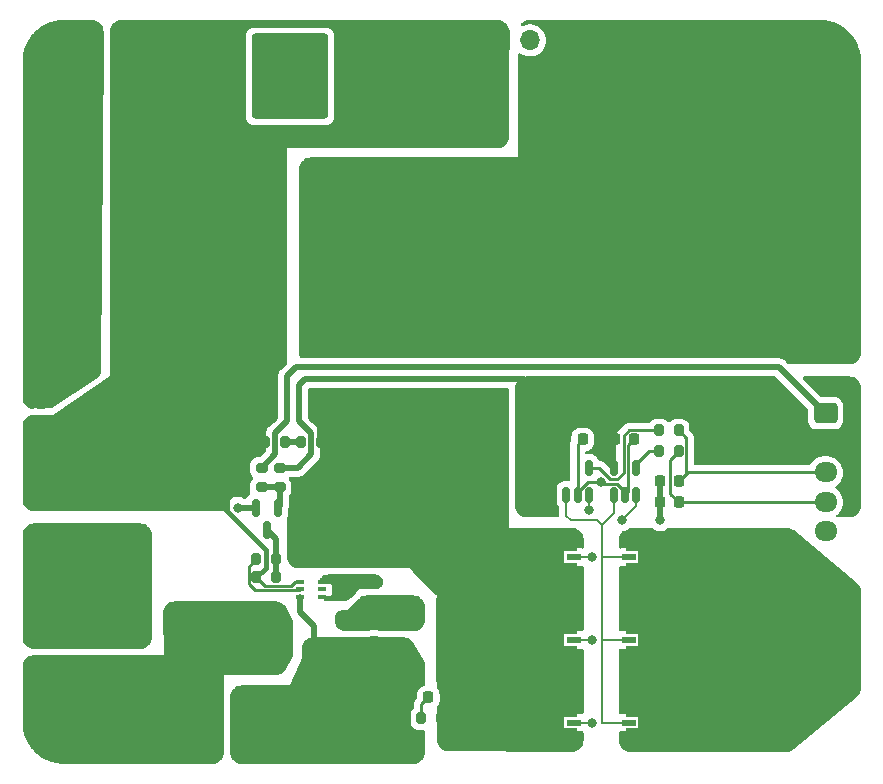
<source format=gtl>
%TF.GenerationSoftware,KiCad,Pcbnew,7.0.1*%
%TF.CreationDate,2023-04-29T01:33:37-04:00*%
%TF.ProjectId,PowerSection,506f7765-7253-4656-9374-696f6e2e6b69,rev?*%
%TF.SameCoordinates,Original*%
%TF.FileFunction,Copper,L1,Top*%
%TF.FilePolarity,Positive*%
%FSLAX46Y46*%
G04 Gerber Fmt 4.6, Leading zero omitted, Abs format (unit mm)*
G04 Created by KiCad (PCBNEW 7.0.1) date 2023-04-29 01:33:37*
%MOMM*%
%LPD*%
G01*
G04 APERTURE LIST*
G04 Aperture macros list*
%AMRoundRect*
0 Rectangle with rounded corners*
0 $1 Rounding radius*
0 $2 $3 $4 $5 $6 $7 $8 $9 X,Y pos of 4 corners*
0 Add a 4 corners polygon primitive as box body*
4,1,4,$2,$3,$4,$5,$6,$7,$8,$9,$2,$3,0*
0 Add four circle primitives for the rounded corners*
1,1,$1+$1,$2,$3*
1,1,$1+$1,$4,$5*
1,1,$1+$1,$6,$7*
1,1,$1+$1,$8,$9*
0 Add four rect primitives between the rounded corners*
20,1,$1+$1,$2,$3,$4,$5,0*
20,1,$1+$1,$4,$5,$6,$7,0*
20,1,$1+$1,$6,$7,$8,$9,0*
20,1,$1+$1,$8,$9,$2,$3,0*%
G04 Aperture macros list end*
%TA.AperFunction,SMDPad,CuDef*%
%ADD10RoundRect,0.200000X-0.200000X-0.275000X0.200000X-0.275000X0.200000X0.275000X-0.200000X0.275000X0*%
%TD*%
%TA.AperFunction,SMDPad,CuDef*%
%ADD11RoundRect,0.225000X0.250000X-0.225000X0.250000X0.225000X-0.250000X0.225000X-0.250000X-0.225000X0*%
%TD*%
%TA.AperFunction,SMDPad,CuDef*%
%ADD12RoundRect,0.200000X-0.275000X0.200000X-0.275000X-0.200000X0.275000X-0.200000X0.275000X0.200000X0*%
%TD*%
%TA.AperFunction,SMDPad,CuDef*%
%ADD13RoundRect,0.050000X0.450000X1.950000X-0.450000X1.950000X-0.450000X-1.950000X0.450000X-1.950000X0*%
%TD*%
%TA.AperFunction,SMDPad,CuDef*%
%ADD14RoundRect,0.075000X0.975000X0.675000X-0.975000X0.675000X-0.975000X-0.675000X0.975000X-0.675000X0*%
%TD*%
%TA.AperFunction,SMDPad,CuDef*%
%ADD15RoundRect,0.025000X0.525000X0.225000X-0.525000X0.225000X-0.525000X-0.225000X0.525000X-0.225000X0*%
%TD*%
%TA.AperFunction,SMDPad,CuDef*%
%ADD16RoundRect,0.150000X-0.150000X0.587500X-0.150000X-0.587500X0.150000X-0.587500X0.150000X0.587500X0*%
%TD*%
%TA.AperFunction,ComponentPad*%
%ADD17C,0.800000*%
%TD*%
%TA.AperFunction,ComponentPad*%
%ADD18C,6.400000*%
%TD*%
%TA.AperFunction,ComponentPad*%
%ADD19R,4.600000X2.000000*%
%TD*%
%TA.AperFunction,ComponentPad*%
%ADD20O,4.200000X2.000000*%
%TD*%
%TA.AperFunction,ComponentPad*%
%ADD21O,2.000000X4.200000*%
%TD*%
%TA.AperFunction,SMDPad,CuDef*%
%ADD22RoundRect,0.275000X-2.475000X-2.725000X2.475000X-2.725000X2.475000X2.725000X-2.475000X2.725000X0*%
%TD*%
%TA.AperFunction,SMDPad,CuDef*%
%ADD23RoundRect,0.325000X-2.925000X-3.300000X2.925000X-3.300000X2.925000X3.300000X-2.925000X3.300000X0*%
%TD*%
%TA.AperFunction,SMDPad,CuDef*%
%ADD24RoundRect,0.150000X0.150000X-0.512500X0.150000X0.512500X-0.150000X0.512500X-0.150000X-0.512500X0*%
%TD*%
%TA.AperFunction,SMDPad,CuDef*%
%ADD25RoundRect,0.225000X-0.225000X-0.250000X0.225000X-0.250000X0.225000X0.250000X-0.225000X0.250000X0*%
%TD*%
%TA.AperFunction,SMDPad,CuDef*%
%ADD26RoundRect,0.200000X0.275000X-0.200000X0.275000X0.200000X-0.275000X0.200000X-0.275000X-0.200000X0*%
%TD*%
%TA.AperFunction,SMDPad,CuDef*%
%ADD27RoundRect,0.200000X0.200000X0.275000X-0.200000X0.275000X-0.200000X-0.275000X0.200000X-0.275000X0*%
%TD*%
%TA.AperFunction,SMDPad,CuDef*%
%ADD28RoundRect,0.205000X2.045000X-1.845000X2.045000X1.845000X-2.045000X1.845000X-2.045000X-1.845000X0*%
%TD*%
%TA.AperFunction,SMDPad,CuDef*%
%ADD29RoundRect,0.225000X0.225000X0.250000X-0.225000X0.250000X-0.225000X-0.250000X0.225000X-0.250000X0*%
%TD*%
%TA.AperFunction,ComponentPad*%
%ADD30RoundRect,0.250000X-0.725000X0.600000X-0.725000X-0.600000X0.725000X-0.600000X0.725000X0.600000X0*%
%TD*%
%TA.AperFunction,ComponentPad*%
%ADD31O,1.950000X1.700000*%
%TD*%
%TA.AperFunction,SMDPad,CuDef*%
%ADD32RoundRect,0.250000X1.950000X1.000000X-1.950000X1.000000X-1.950000X-1.000000X1.950000X-1.000000X0*%
%TD*%
%TA.AperFunction,SMDPad,CuDef*%
%ADD33RoundRect,0.250000X-1.000000X1.950000X-1.000000X-1.950000X1.000000X-1.950000X1.000000X1.950000X0*%
%TD*%
%TA.AperFunction,SMDPad,CuDef*%
%ADD34RoundRect,0.337777X-0.422223X-0.677223X0.422223X-0.677223X0.422223X0.677223X-0.422223X0.677223X0*%
%TD*%
%TA.AperFunction,SMDPad,CuDef*%
%ADD35RoundRect,0.250000X-0.850000X-0.350000X0.850000X-0.350000X0.850000X0.350000X-0.850000X0.350000X0*%
%TD*%
%TA.AperFunction,SMDPad,CuDef*%
%ADD36RoundRect,0.250000X-1.275000X-1.125000X1.275000X-1.125000X1.275000X1.125000X-1.275000X1.125000X0*%
%TD*%
%TA.AperFunction,SMDPad,CuDef*%
%ADD37RoundRect,0.249997X-2.950003X-2.650003X2.950003X-2.650003X2.950003X2.650003X-2.950003X2.650003X0*%
%TD*%
%TA.AperFunction,ComponentPad*%
%ADD38R,1.700000X1.700000*%
%TD*%
%TA.AperFunction,ComponentPad*%
%ADD39O,1.700000X1.700000*%
%TD*%
%TA.AperFunction,SMDPad,CuDef*%
%ADD40RoundRect,0.225000X-0.375000X0.225000X-0.375000X-0.225000X0.375000X-0.225000X0.375000X0.225000X0*%
%TD*%
%TA.AperFunction,SMDPad,CuDef*%
%ADD41RoundRect,0.185000X-0.740000X-1.215000X0.740000X-1.215000X0.740000X1.215000X-0.740000X1.215000X0*%
%TD*%
%TA.AperFunction,SMDPad,CuDef*%
%ADD42R,0.650000X0.400000*%
%TD*%
%TA.AperFunction,ViaPad*%
%ADD43C,0.800000*%
%TD*%
%TA.AperFunction,Conductor*%
%ADD44C,0.250000*%
%TD*%
%TA.AperFunction,Conductor*%
%ADD45C,0.500000*%
%TD*%
%TA.AperFunction,Conductor*%
%ADD46C,0.400000*%
%TD*%
%TA.AperFunction,Conductor*%
%ADD47C,0.200000*%
%TD*%
G04 APERTURE END LIST*
D10*
%TO.P,R1,1*%
%TO.N,Aihi*%
X151894000Y-80772000D03*
%TO.P,R1,2*%
%TO.N,Vihi*%
X153544000Y-80772000D03*
%TD*%
D11*
%TO.P,C2,1*%
%TO.N,VS*%
X99568000Y-80023000D03*
%TO.P,C2,2*%
%TO.N,GND*%
X99568000Y-78473000D03*
%TD*%
D12*
%TO.P,R4,1*%
%TO.N,Vin*%
X119766000Y-83948000D03*
%TO.P,R4,2*%
%TO.N,Net-(Q1-G)*%
X119766000Y-85598000D03*
%TD*%
D10*
%TO.P,R6,1*%
%TO.N,Net-(U4-B)*%
X117793000Y-91694000D03*
%TO.P,R6,2*%
%TO.N,Net-(Q1-D)*%
X119443000Y-91694000D03*
%TD*%
D13*
%TO.P,R13,1,1*%
%TO.N,Pshunt+*%
X150650000Y-91500000D03*
D14*
X150100000Y-92750000D03*
X150100000Y-90250000D03*
D15*
%TO.P,R13,2,2*%
%TO.N,Vshunt+*%
X149350000Y-91500000D03*
%TO.P,R13,3,3*%
%TO.N,Vshunt-*%
X144650000Y-91500000D03*
D14*
%TO.P,R13,4,4*%
%TO.N,Pshunt-*%
X143900000Y-92750000D03*
X143900000Y-90250000D03*
D13*
X143350000Y-91500000D03*
%TD*%
D12*
%TO.P,R9,1*%
%TO.N,Gate*%
X127762000Y-96965000D03*
%TO.P,R9,2*%
%TO.N,GND*%
X127762000Y-98615000D03*
%TD*%
D16*
%TO.P,Q1,1,G*%
%TO.N,Net-(Q1-G)*%
X119634000Y-87313000D03*
%TO.P,Q1,2,S*%
%TO.N,GND*%
X117734000Y-87313000D03*
%TO.P,Q1,3,D*%
%TO.N,Net-(Q1-D)*%
X118684000Y-89188000D03*
%TD*%
D10*
%TO.P,R8,1*%
%TO.N,VS*%
X118555000Y-81788000D03*
%TO.P,R8,2*%
%TO.N,Net-(C7-Pad1)*%
X120205000Y-81788000D03*
%TD*%
D17*
%TO.P,H2,1,1*%
%TO.N,GND*%
X99100000Y-49500000D03*
X99802944Y-47802944D03*
X99802944Y-51197056D03*
X101500000Y-47100000D03*
D18*
X101500000Y-49500000D03*
D17*
X101500000Y-51900000D03*
X103197056Y-47802944D03*
X103197056Y-51197056D03*
X103900000Y-49500000D03*
%TD*%
D19*
%TO.P,12V1,1*%
%TO.N,12-20V*%
X117856000Y-97790000D03*
D20*
%TO.P,12V1,2*%
%TO.N,GND*%
X117856000Y-104090000D03*
D21*
%TO.P,12V1,3*%
X122656000Y-100690000D03*
%TD*%
D22*
%TO.P,L2,1,1*%
%TO.N,VS*%
X115650000Y-71670000D03*
%TO.P,L2,2,2*%
%TO.N,Htr+*%
X125650000Y-71670000D03*
D23*
%TO.P,L2,3*%
%TO.N,N/C*%
X120650000Y-50795000D03*
%TD*%
D24*
%TO.P,U2,1,+*%
%TO.N,Vshunt+*%
X144050000Y-86235500D03*
%TO.P,U2,2,GND*%
%TO.N,GND*%
X145000000Y-86235500D03*
%TO.P,U2,3,-*%
%TO.N,Vshunt-*%
X145950000Y-86235500D03*
%TO.P,U2,4*%
%TO.N,Aihi*%
X145950000Y-83960500D03*
%TO.P,U2,5,V+*%
%TO.N,Vin*%
X144050000Y-83960500D03*
%TD*%
D25*
%TO.P,C6,1*%
%TO.N,Vin*%
X143879000Y-81534000D03*
%TO.P,C6,2*%
%TO.N,GND*%
X145429000Y-81534000D03*
%TD*%
D26*
%TO.P,R7,1*%
%TO.N,Gate*%
X127762000Y-95313000D03*
%TO.P,R7,2*%
%TO.N,Totem*%
X127762000Y-93663000D03*
%TD*%
D27*
%TO.P,R10,1*%
%TO.N,Pshunt-*%
X133413000Y-105156000D03*
%TO.P,R10,2*%
%TO.N,Net-(C8-Pad1)*%
X131763000Y-105156000D03*
%TD*%
D28*
%TO.P,L1,1,1*%
%TO.N,FuseOut*%
X105156000Y-93188000D03*
%TO.P,L1,2,2*%
%TO.N,VS*%
X105156000Y-83088000D03*
%TD*%
D29*
%TO.P,C8,1*%
%TO.N,Net-(C8-Pad1)*%
X132347000Y-103378000D03*
%TO.P,C8,2*%
%TO.N,GND*%
X130797000Y-103378000D03*
%TD*%
D17*
%TO.P,H3,1,1*%
%TO.N,Htr+*%
X163100000Y-56500000D03*
X163802944Y-54802944D03*
X163802944Y-58197056D03*
X165500000Y-54100000D03*
D18*
X165500000Y-56500000D03*
D17*
X165500000Y-58900000D03*
X167197056Y-54802944D03*
X167197056Y-58197056D03*
X167900000Y-56500000D03*
%TD*%
D12*
%TO.P,R3,1*%
%TO.N,PWM*%
X118242000Y-83948000D03*
%TO.P,R3,2*%
%TO.N,Net-(Q1-G)*%
X118242000Y-85598000D03*
%TD*%
D30*
%TO.P,J1,1,Pin_1*%
%TO.N,PWM*%
X165990000Y-79328000D03*
D31*
%TO.P,J1,2,Pin_2*%
%TO.N,Vin*%
X165990000Y-81828000D03*
%TO.P,J1,3,Pin_3*%
%TO.N,Vihi*%
X165990000Y-84328000D03*
%TO.P,J1,4,Pin_4*%
%TO.N,Vilo*%
X165990000Y-86828000D03*
%TO.P,J1,5,Pin_5*%
%TO.N,GND*%
X165990000Y-89328000D03*
%TD*%
D29*
%TO.P,C3,1*%
%TO.N,Vihi*%
X153557000Y-85090000D03*
%TO.P,C3,2*%
%TO.N,GND*%
X152007000Y-85090000D03*
%TD*%
D25*
%TO.P,C5,1*%
%TO.N,Vin*%
X148197000Y-81534000D03*
%TO.P,C5,2*%
%TO.N,GND*%
X149747000Y-81534000D03*
%TD*%
D32*
%TO.P,C1,1*%
%TO.N,VS*%
X109220000Y-75184000D03*
%TO.P,C1,2*%
%TO.N,GND*%
X101820000Y-75184000D03*
%TD*%
D27*
%TO.P,R2,1*%
%TO.N,Vilo*%
X153544000Y-82550000D03*
%TO.P,R2,2*%
%TO.N,Ailo*%
X151894000Y-82550000D03*
%TD*%
D24*
%TO.P,U1,1,+*%
%TO.N,Vshunt+*%
X148050000Y-86235500D03*
%TO.P,U1,2,GND*%
%TO.N,GND*%
X149000000Y-86235500D03*
%TO.P,U1,3,-*%
%TO.N,Vshunt-*%
X149950000Y-86235500D03*
%TO.P,U1,4*%
%TO.N,Ailo*%
X149950000Y-83960500D03*
%TO.P,U1,5,V+*%
%TO.N,Vin*%
X148050000Y-83960500D03*
%TD*%
D10*
%TO.P,R5,1*%
%TO.N,VS*%
X117793000Y-93218000D03*
%TO.P,R5,2*%
%TO.N,Net-(Q1-D)*%
X119443000Y-93218000D03*
%TD*%
%TO.P,C7,1*%
%TO.N,Net-(C7-Pad1)*%
X121603000Y-81788000D03*
%TO.P,C7,2*%
%TO.N,Pshunt-*%
X123253000Y-81788000D03*
%TD*%
D33*
%TO.P,C9,1*%
%TO.N,Htr+*%
X136906000Y-72246000D03*
%TO.P,C9,2*%
%TO.N,Pshunt-*%
X136906000Y-79646000D03*
%TD*%
D34*
%TO.P,F1,1*%
%TO.N,FuseOut*%
X107954000Y-98044000D03*
%TO.P,F1,2*%
%TO.N,12-20V*%
X110994000Y-98044000D03*
%TD*%
D35*
%TO.P,Q2,1,G*%
%TO.N,Gate*%
X130420000Y-96223000D03*
D36*
%TO.P,Q2,2,D*%
%TO.N,Pshunt-*%
X135045000Y-96978000D03*
X135045000Y-100028000D03*
D37*
X136720000Y-98503000D03*
D36*
X138395000Y-96978000D03*
X138395000Y-100028000D03*
D35*
%TO.P,Q2,3,S*%
%TO.N,GND*%
X130420000Y-100783000D03*
%TD*%
D38*
%TO.P,J2,1,Pin_1*%
%TO.N,VS*%
X138430000Y-47752000D03*
D39*
%TO.P,J2,2,Pin_2*%
%TO.N,GND*%
X140970000Y-47752000D03*
%TD*%
D13*
%TO.P,R11,1,1*%
%TO.N,Pshunt+*%
X150650000Y-105500000D03*
D14*
X150100000Y-106750000D03*
X150100000Y-104250000D03*
D15*
%TO.P,R11,2,2*%
%TO.N,Vshunt+*%
X149350000Y-105500000D03*
%TO.P,R11,3,3*%
%TO.N,Vshunt-*%
X144650000Y-105500000D03*
D14*
%TO.P,R11,4,4*%
%TO.N,Pshunt-*%
X143900000Y-106750000D03*
X143900000Y-104250000D03*
D13*
X143350000Y-105500000D03*
%TD*%
%TO.P,R12,1,1*%
%TO.N,Pshunt+*%
X150650000Y-98500000D03*
D14*
X150100000Y-99750000D03*
X150100000Y-97250000D03*
D15*
%TO.P,R12,2,2*%
%TO.N,Vshunt+*%
X149350000Y-98500000D03*
%TO.P,R12,3,3*%
%TO.N,Vshunt-*%
X144650000Y-98500000D03*
D14*
%TO.P,R12,4,4*%
%TO.N,Pshunt-*%
X143900000Y-99750000D03*
X143900000Y-97250000D03*
D13*
X143350000Y-98500000D03*
%TD*%
D40*
%TO.P,D1,1,K*%
%TO.N,Totem*%
X125476000Y-93600000D03*
%TO.P,D1,2,A*%
%TO.N,Gate*%
X125476000Y-96900000D03*
%TD*%
D29*
%TO.P,C4,1*%
%TO.N,Vilo*%
X153544000Y-86868000D03*
%TO.P,C4,2*%
%TO.N,GND*%
X151994000Y-86868000D03*
%TD*%
D41*
%TO.P,D3,1,K*%
%TO.N,VS*%
X118579000Y-78740000D03*
%TO.P,D3,2,A*%
%TO.N,Pshunt-*%
X123229000Y-78740000D03*
%TD*%
D17*
%TO.P,H1,1,1*%
%TO.N,12-20V*%
X99100000Y-105500000D03*
X99802944Y-103802944D03*
X99802944Y-107197056D03*
X101500000Y-103100000D03*
D18*
X101500000Y-105500000D03*
D17*
X101500000Y-107900000D03*
X103197056Y-103802944D03*
X103197056Y-107197056D03*
X103900000Y-105500000D03*
%TD*%
%TO.P,H4,1,1*%
%TO.N,Pshunt+*%
X163100000Y-98500000D03*
X163802944Y-96802944D03*
X163802944Y-100197056D03*
X165500000Y-96100000D03*
D18*
X165500000Y-98500000D03*
D17*
X165500000Y-100900000D03*
X167197056Y-96802944D03*
X167197056Y-100197056D03*
X167900000Y-98500000D03*
%TD*%
D42*
%TO.P,U4,1,Vcc*%
%TO.N,VS*%
X121478000Y-93584000D03*
%TO.P,U4,2,B*%
%TO.N,Net-(U4-B)*%
X121478000Y-94234000D03*
%TO.P,U4,3,Vee*%
%TO.N,GND*%
X121478000Y-94884000D03*
%TO.P,U4,4,Sink*%
%TO.N,Totem*%
X123378000Y-94884000D03*
%TO.P,U4,5,NC*%
%TO.N,unconnected-(U4-NC-Pad5)*%
X123378000Y-94234000D03*
%TO.P,U4,6,Source*%
%TO.N,Totem*%
X123378000Y-93584000D03*
%TD*%
D43*
%TO.N,GND*%
X151994000Y-88392000D03*
X147000000Y-85098000D03*
X116210000Y-87313000D03*
%TO.N,Vshunt-*%
X148718000Y-88392000D03*
X145950000Y-87500000D03*
X146212000Y-98500000D03*
X146212000Y-91500000D03*
X146212000Y-105500000D03*
%TD*%
D44*
%TO.N,GND*%
X145856486Y-85098000D02*
X147000000Y-85098000D01*
X145000000Y-85954486D02*
X145856486Y-85098000D01*
X147202000Y-85300000D02*
X147000000Y-85098000D01*
D45*
X151994000Y-85103000D02*
X152007000Y-85090000D01*
X117734000Y-87313000D02*
X116210000Y-87313000D01*
D44*
X149300000Y-85935500D02*
X149300000Y-81981000D01*
X149000000Y-86235500D02*
X149300000Y-85935500D01*
D45*
X151994000Y-88392000D02*
X151994000Y-86868000D01*
D44*
X145000000Y-86235500D02*
X145000000Y-85954486D01*
D45*
X121478000Y-96130000D02*
X121478000Y-94884000D01*
D44*
X149000000Y-85954486D02*
X148345514Y-85300000D01*
X149300000Y-81981000D02*
X149747000Y-81534000D01*
X145000000Y-86235500D02*
X145000000Y-81963000D01*
X148345514Y-85300000D02*
X147202000Y-85300000D01*
X145000000Y-81963000D02*
X145429000Y-81534000D01*
D45*
X122656000Y-97308000D02*
X122656000Y-100690000D01*
X151994000Y-86868000D02*
X151994000Y-85103000D01*
X122656000Y-97308000D02*
X121478000Y-96130000D01*
D44*
X149000000Y-86235500D02*
X149000000Y-85954486D01*
%TO.N,VS*%
X117793000Y-93218000D02*
X118520000Y-93945000D01*
X120738000Y-93945000D02*
X121099000Y-93584000D01*
X121099000Y-93584000D02*
X121478000Y-93584000D01*
X118520000Y-93945000D02*
X120738000Y-93945000D01*
D46*
X118618000Y-90932000D02*
X115316000Y-87630000D01*
X117793000Y-93218000D02*
X118618000Y-92393000D01*
X118618000Y-92393000D02*
X118618000Y-90932000D01*
D45*
X115316000Y-85027000D02*
X118555000Y-81788000D01*
X115316000Y-87630000D02*
X115316000Y-85027000D01*
D44*
%TO.N,Vihi*%
X154196000Y-81424000D02*
X154196000Y-84451000D01*
X165990000Y-84328000D02*
X154319000Y-84328000D01*
X153544000Y-80772000D02*
X154196000Y-81424000D01*
X154196000Y-84451000D02*
X153557000Y-85090000D01*
X154319000Y-84328000D02*
X153557000Y-85090000D01*
%TO.N,Vilo*%
X165990000Y-86828000D02*
X153584000Y-86828000D01*
X153584000Y-86828000D02*
X153544000Y-86868000D01*
X152855000Y-86179000D02*
X153544000Y-86868000D01*
X153544000Y-82550000D02*
X152855000Y-83239000D01*
X152855000Y-83239000D02*
X152855000Y-86179000D01*
D45*
%TO.N,Vin*%
X140462000Y-76454000D02*
X121920000Y-76454000D01*
X121412000Y-76962000D02*
X121412000Y-80010000D01*
X121920000Y-76454000D02*
X121412000Y-76962000D01*
D44*
X144050000Y-81705000D02*
X143879000Y-81534000D01*
D45*
X121284000Y-83948000D02*
X119766000Y-83948000D01*
X122428000Y-81026000D02*
X122428000Y-82804000D01*
D44*
X148050000Y-83960500D02*
X148050000Y-81681000D01*
X144050000Y-83960500D02*
X144050000Y-81705000D01*
D45*
X122428000Y-82804000D02*
X121284000Y-83948000D01*
X121412000Y-80010000D02*
X122428000Y-81026000D01*
D44*
X148050000Y-81681000D02*
X148197000Y-81534000D01*
D45*
%TO.N,Net-(C7-Pad1)*%
X121603000Y-81788000D02*
X120205000Y-81788000D01*
D44*
%TO.N,Net-(C8-Pad1)*%
X131763000Y-105156000D02*
X131763000Y-103962000D01*
X131763000Y-103962000D02*
X132347000Y-103378000D01*
D45*
%TO.N,Net-(Q1-G)*%
X118242000Y-85598000D02*
X119766000Y-85598000D01*
X119766000Y-85598000D02*
X119766000Y-87181000D01*
X119766000Y-87181000D02*
X119634000Y-87313000D01*
%TO.N,Net-(Q1-D)*%
X119443000Y-91694000D02*
X119443000Y-89947000D01*
X119443000Y-89947000D02*
X118684000Y-89188000D01*
X119443000Y-91694000D02*
X119443000Y-93218000D01*
D44*
%TO.N,Net-(U4-B)*%
X117690000Y-94322000D02*
X121390000Y-94322000D01*
X117793000Y-91694000D02*
X117141000Y-92346000D01*
X117141000Y-93773000D02*
X117690000Y-94322000D01*
X121390000Y-94322000D02*
X121478000Y-94234000D01*
X117141000Y-92346000D02*
X117141000Y-93773000D01*
D47*
%TO.N,Vshunt+*%
X147044000Y-88796000D02*
X146640000Y-88392000D01*
X147044000Y-91500000D02*
X147044000Y-88796000D01*
X148050000Y-87790000D02*
X148050000Y-86235500D01*
X146640000Y-88392000D02*
X144400000Y-88392000D01*
X144400000Y-88392000D02*
X144050000Y-88042000D01*
X149350000Y-91500000D02*
X147044000Y-91500000D01*
X149350000Y-105500000D02*
X147044000Y-105500000D01*
X147044000Y-105500000D02*
X147044000Y-91500000D01*
X144050000Y-88042000D02*
X144050000Y-86235500D01*
X149350000Y-98500000D02*
X147044000Y-98500000D01*
X147044000Y-88796000D02*
X148050000Y-87790000D01*
%TO.N,Vshunt-*%
X144650000Y-91500000D02*
X146212000Y-91500000D01*
X148718000Y-88392000D02*
X149950000Y-87160000D01*
X149950000Y-87160000D02*
X149950000Y-86235500D01*
X144650000Y-98500000D02*
X146212000Y-98500000D01*
X144650000Y-105500000D02*
X146212000Y-105500000D01*
X145950000Y-87500000D02*
X145950000Y-86235500D01*
D44*
%TO.N,Totem*%
X123378000Y-94884000D02*
X124192000Y-94884000D01*
X124192000Y-94884000D02*
X125476000Y-93600000D01*
X125460000Y-93584000D02*
X125476000Y-93600000D01*
X123378000Y-93584000D02*
X125460000Y-93584000D01*
D45*
%TO.N,PWM*%
X165990000Y-79328000D02*
X165942000Y-79328000D01*
X118242000Y-83942000D02*
X118242000Y-83948000D01*
X165942000Y-79328000D02*
X162052000Y-75438000D01*
X120396000Y-76200000D02*
X120396000Y-80010000D01*
X119380000Y-82804000D02*
X118242000Y-83942000D01*
X119380000Y-81026000D02*
X119380000Y-82804000D01*
X120396000Y-80010000D02*
X119380000Y-81026000D01*
X121158000Y-75438000D02*
X120396000Y-76200000D01*
X162052000Y-75438000D02*
X121158000Y-75438000D01*
D47*
%TO.N,Pshunt-*%
X123203000Y-78766000D02*
X123229000Y-78740000D01*
D45*
X123253000Y-81788000D02*
X123203000Y-81738000D01*
X123203000Y-81738000D02*
X123203000Y-78766000D01*
D44*
%TO.N,Aihi*%
X147758486Y-84900000D02*
X148341514Y-84900000D01*
X148900000Y-81231420D02*
X149359420Y-80772000D01*
X146818986Y-83960500D02*
X147758486Y-84900000D01*
X149359420Y-80772000D02*
X151894000Y-80772000D01*
X148900000Y-84341514D02*
X148900000Y-81231420D01*
X148341514Y-84900000D02*
X148900000Y-84341514D01*
X145950000Y-83960500D02*
X146818986Y-83960500D01*
%TO.N,Ailo*%
X151004000Y-82550000D02*
X149950000Y-83604000D01*
X151894000Y-82550000D02*
X151004000Y-82550000D01*
X149950000Y-83604000D02*
X149950000Y-83960500D01*
%TD*%
%TA.AperFunction,Conductor*%
%TO.N,Gate*%
G36*
X131086061Y-94742597D02*
G01*
X131262941Y-94760018D01*
X131286769Y-94764757D01*
X131451001Y-94814576D01*
X131473453Y-94823877D01*
X131624798Y-94904772D01*
X131645010Y-94918277D01*
X131777666Y-95027145D01*
X131794854Y-95044333D01*
X131903722Y-95176989D01*
X131917227Y-95197201D01*
X131998121Y-95348543D01*
X132007424Y-95371001D01*
X132057240Y-95535224D01*
X132061982Y-95559065D01*
X132079403Y-95735939D01*
X132080000Y-95748093D01*
X132080000Y-96783907D01*
X132079403Y-96796061D01*
X132061982Y-96972934D01*
X132057240Y-96996775D01*
X132007424Y-97160998D01*
X131998121Y-97183456D01*
X131917227Y-97334798D01*
X131903722Y-97355010D01*
X131794854Y-97487666D01*
X131777666Y-97504854D01*
X131645010Y-97613722D01*
X131624798Y-97627227D01*
X131473456Y-97708121D01*
X131450998Y-97717424D01*
X131286775Y-97767240D01*
X131262934Y-97771982D01*
X131086061Y-97789403D01*
X131073907Y-97790000D01*
X128407204Y-97790000D01*
X128343055Y-97772117D01*
X128329916Y-97764174D01*
X128165646Y-97712986D01*
X128094266Y-97706500D01*
X127429731Y-97706500D01*
X127358350Y-97712986D01*
X127194086Y-97764172D01*
X127180945Y-97772117D01*
X127116796Y-97790000D01*
X125355961Y-97790000D01*
X125342077Y-97789220D01*
X125165061Y-97769275D01*
X125137990Y-97763096D01*
X124976466Y-97706576D01*
X124951449Y-97694529D01*
X124806546Y-97603480D01*
X124784837Y-97586167D01*
X124663832Y-97465162D01*
X124646519Y-97443453D01*
X124555468Y-97298547D01*
X124543425Y-97273537D01*
X124486901Y-97112003D01*
X124480725Y-97084942D01*
X124460780Y-96907922D01*
X124460000Y-96894039D01*
X124460000Y-96528127D01*
X124461061Y-96511942D01*
X124475179Y-96404704D01*
X124483556Y-96373440D01*
X124521812Y-96281081D01*
X124537996Y-96253050D01*
X124598853Y-96173741D01*
X124621741Y-96150853D01*
X124701050Y-96089996D01*
X124729081Y-96073812D01*
X124821440Y-96035556D01*
X124852701Y-96027179D01*
X124928241Y-96017234D01*
X124959942Y-96013061D01*
X124976127Y-96012000D01*
X125061785Y-96012000D01*
X125061786Y-96012000D01*
X125476000Y-96012000D01*
X126448797Y-95039201D01*
X126457813Y-95031030D01*
X126462547Y-95027145D01*
X126595208Y-94918272D01*
X126615408Y-94904775D01*
X126766762Y-94823875D01*
X126789207Y-94814577D01*
X126953445Y-94764757D01*
X126977269Y-94760018D01*
X127154152Y-94742597D01*
X127166307Y-94742000D01*
X131073907Y-94742000D01*
X131086061Y-94742597D01*
G37*
%TD.AperFunction*%
%TD*%
%TA.AperFunction,Conductor*%
%TO.N,12-20V*%
G36*
X119447052Y-95250672D02*
G01*
X119634768Y-95270317D01*
X119660010Y-95275659D01*
X119833383Y-95331734D01*
X119856979Y-95342189D01*
X120013974Y-95432362D01*
X120014988Y-95432944D01*
X120035912Y-95448061D01*
X120171700Y-95569557D01*
X120189041Y-95588677D01*
X120300584Y-95740909D01*
X120307669Y-95751718D01*
X120765030Y-96535766D01*
X120770107Y-96545423D01*
X120838005Y-96689625D01*
X120845521Y-96710086D01*
X120885692Y-96858671D01*
X120889510Y-96880134D01*
X120903520Y-97038909D01*
X120904000Y-97049808D01*
X120904000Y-99562215D01*
X120903056Y-99577489D01*
X120875552Y-99799078D01*
X120868084Y-99828697D01*
X120787245Y-100036839D01*
X120780835Y-100050734D01*
X120301349Y-100941208D01*
X120294399Y-100952602D01*
X120184102Y-101113261D01*
X120166741Y-101133487D01*
X120029566Y-101262255D01*
X120008285Y-101278303D01*
X119846757Y-101374783D01*
X119822537Y-101385912D01*
X119644130Y-101445640D01*
X119618092Y-101451337D01*
X119475556Y-101466746D01*
X119424346Y-101472282D01*
X119411021Y-101473000D01*
X115062000Y-101473000D01*
X115062000Y-102473000D01*
X115062000Y-102473001D01*
X115062000Y-107993907D01*
X115061403Y-108006061D01*
X115043982Y-108182934D01*
X115039240Y-108206775D01*
X114989424Y-108370998D01*
X114980121Y-108393456D01*
X114899227Y-108544798D01*
X114885722Y-108565010D01*
X114776854Y-108697666D01*
X114759666Y-108714854D01*
X114627010Y-108823722D01*
X114606798Y-108837227D01*
X114455456Y-108918121D01*
X114432998Y-108927424D01*
X114268775Y-108977240D01*
X114244935Y-108981982D01*
X114143356Y-108991987D01*
X114073136Y-108998903D01*
X114060984Y-108999500D01*
X101503052Y-108999500D01*
X101496967Y-108999351D01*
X101347514Y-108992008D01*
X101347110Y-108991987D01*
X101188122Y-108983655D01*
X101184882Y-108983443D01*
X101141120Y-108979999D01*
X101132654Y-108979039D01*
X100978859Y-108956225D01*
X100977656Y-108956040D01*
X100825686Y-108931970D01*
X100822489Y-108931421D01*
X100793431Y-108926036D01*
X100785896Y-108924396D01*
X100628775Y-108885039D01*
X100626811Y-108884530D01*
X100470622Y-108842679D01*
X100467502Y-108841799D01*
X100453649Y-108837696D01*
X100447088Y-108835552D01*
X100289463Y-108779152D01*
X100286800Y-108778165D01*
X100127926Y-108717179D01*
X100119348Y-108713510D01*
X99963174Y-108639646D01*
X99959909Y-108638043D01*
X99878091Y-108596354D01*
X99808897Y-108561098D01*
X99801443Y-108556971D01*
X99652962Y-108467974D01*
X99649175Y-108465611D01*
X99507344Y-108373504D01*
X99501014Y-108369107D01*
X99361791Y-108265853D01*
X99357622Y-108262621D01*
X99226366Y-108156333D01*
X99221128Y-108151845D01*
X99092610Y-108035363D01*
X99088202Y-108031166D01*
X98968832Y-107911796D01*
X98964635Y-107907388D01*
X98848153Y-107778870D01*
X98843665Y-107773632D01*
X98737377Y-107642376D01*
X98734145Y-107638207D01*
X98630891Y-107498984D01*
X98626494Y-107492654D01*
X98534387Y-107350823D01*
X98532024Y-107347036D01*
X98493650Y-107283013D01*
X98443019Y-107198540D01*
X98438909Y-107191118D01*
X98361928Y-107040035D01*
X98360386Y-107036896D01*
X98286484Y-106880642D01*
X98282822Y-106872079D01*
X98221833Y-106713198D01*
X98220846Y-106710535D01*
X98210173Y-106680705D01*
X98164439Y-106552888D01*
X98162303Y-106546350D01*
X98158203Y-106532508D01*
X98157322Y-106529386D01*
X98115449Y-106373114D01*
X98114979Y-106371300D01*
X98075595Y-106214073D01*
X98073968Y-106206597D01*
X98068567Y-106177451D01*
X98068040Y-106174386D01*
X98043909Y-106022030D01*
X98043812Y-106021398D01*
X98020955Y-105867308D01*
X98020003Y-105858915D01*
X98016551Y-105815058D01*
X98016347Y-105811947D01*
X98007995Y-105652569D01*
X98000649Y-105503032D01*
X98000500Y-105496949D01*
X98000500Y-101433184D01*
X98000545Y-101429834D01*
X98021815Y-100642837D01*
X98022937Y-100629217D01*
X98045321Y-100467197D01*
X98052005Y-100440751D01*
X98106883Y-100293988D01*
X98119195Y-100269639D01*
X98204840Y-100138450D01*
X98222184Y-100117377D01*
X98334455Y-100008100D01*
X98355988Y-99991332D01*
X98489446Y-99909261D01*
X98514119Y-99897612D01*
X98662305Y-99846720D01*
X98688927Y-99840752D01*
X98851496Y-99822752D01*
X98865142Y-99822000D01*
X108953833Y-99822000D01*
X108953836Y-99822000D01*
X109982000Y-99822000D01*
X109883721Y-96283959D01*
X109883996Y-96271581D01*
X109884472Y-96264984D01*
X109897032Y-96091193D01*
X109901265Y-96066829D01*
X109948177Y-95898605D01*
X109957160Y-95875574D01*
X110036530Y-95720011D01*
X110049904Y-95699222D01*
X110158581Y-95562497D01*
X110175811Y-95544783D01*
X110309461Y-95432355D01*
X110329866Y-95418411D01*
X110483165Y-95334753D01*
X110505945Y-95325131D01*
X110672795Y-95273567D01*
X110697038Y-95268658D01*
X110876999Y-95250617D01*
X110889367Y-95250000D01*
X119434163Y-95250000D01*
X119447052Y-95250672D01*
G37*
%TD.AperFunction*%
%TD*%
%TA.AperFunction,Conductor*%
%TO.N,Pshunt-*%
G36*
X139130000Y-77229113D02*
G01*
X139175387Y-77274500D01*
X139192000Y-77336500D01*
X139192000Y-107950000D01*
X134102093Y-107950000D01*
X134089939Y-107949403D01*
X133913065Y-107931982D01*
X133889224Y-107927240D01*
X133725001Y-107877424D01*
X133702543Y-107868121D01*
X133551201Y-107787227D01*
X133530989Y-107773722D01*
X133398333Y-107664854D01*
X133381145Y-107647666D01*
X133272277Y-107515010D01*
X133258772Y-107494798D01*
X133177878Y-107343456D01*
X133168575Y-107320998D01*
X133118757Y-107156769D01*
X133114018Y-107132941D01*
X133096597Y-106956061D01*
X133096000Y-106943907D01*
X133096000Y-104192688D01*
X133105439Y-104145235D01*
X133132319Y-104105007D01*
X133151283Y-104086042D01*
X133151282Y-104086042D01*
X133151285Y-104086040D01*
X133241302Y-103940101D01*
X133295236Y-103777336D01*
X133305500Y-103676872D01*
X133305500Y-103079128D01*
X133295236Y-102978664D01*
X133289811Y-102962293D01*
X133241302Y-102815900D01*
X133241302Y-102815899D01*
X133151285Y-102669960D01*
X133151284Y-102669959D01*
X133151283Y-102669957D01*
X133132319Y-102650993D01*
X133105439Y-102610765D01*
X133096000Y-102563312D01*
X133096000Y-102163881D01*
X133096000Y-94742000D01*
X133038725Y-94684725D01*
X133038723Y-94684722D01*
X131102895Y-92748894D01*
X131102889Y-92748889D01*
X130810000Y-92456000D01*
X130395786Y-92456000D01*
X130395785Y-92456000D01*
X127970642Y-92456000D01*
X127958491Y-92455403D01*
X127951160Y-92454681D01*
X127930656Y-92452661D01*
X127914465Y-92451600D01*
X127912224Y-92451526D01*
X127880874Y-92450500D01*
X123942093Y-92450500D01*
X123926978Y-92450870D01*
X123916893Y-92451118D01*
X123904745Y-92451715D01*
X123879604Y-92453570D01*
X123860996Y-92455403D01*
X123848842Y-92456000D01*
X121402093Y-92456000D01*
X121389939Y-92455403D01*
X121213065Y-92437982D01*
X121189224Y-92433240D01*
X121025001Y-92383424D01*
X121002543Y-92374121D01*
X120851201Y-92293227D01*
X120830989Y-92279722D01*
X120698333Y-92170854D01*
X120681145Y-92153666D01*
X120572277Y-92021010D01*
X120558772Y-92000798D01*
X120477878Y-91849456D01*
X120468575Y-91826998D01*
X120418757Y-91662769D01*
X120414018Y-91638941D01*
X120396597Y-91462061D01*
X120396000Y-91449907D01*
X120396000Y-88171924D01*
X120400923Y-88137330D01*
X120411668Y-88100341D01*
X120439562Y-88004331D01*
X120442500Y-87967002D01*
X120442500Y-87553430D01*
X120455689Y-87497780D01*
X120483609Y-87442188D01*
X120483610Y-87442182D01*
X120484138Y-87441132D01*
X120490662Y-87422363D01*
X120490900Y-87421210D01*
X120490902Y-87421206D01*
X120506251Y-87346865D01*
X120506996Y-87343503D01*
X120524500Y-87269656D01*
X120524500Y-87269651D01*
X120524770Y-87268512D01*
X120526791Y-87248730D01*
X120526757Y-87247562D01*
X120526758Y-87247558D01*
X120524552Y-87171742D01*
X120524500Y-87168136D01*
X120524500Y-86367833D01*
X120533939Y-86320380D01*
X120560820Y-86280151D01*
X120602815Y-86238156D01*
X120604099Y-86236032D01*
X120691827Y-86090913D01*
X120743013Y-85926649D01*
X120749500Y-85855265D01*
X120749499Y-85340736D01*
X120745391Y-85295528D01*
X120743013Y-85269350D01*
X120691828Y-85105089D01*
X120602815Y-84957843D01*
X120563153Y-84918181D01*
X120532903Y-84868818D01*
X120528361Y-84811102D01*
X120550516Y-84757615D01*
X120594539Y-84720015D01*
X120650834Y-84706500D01*
X121219706Y-84706500D01*
X121237676Y-84707809D01*
X121241114Y-84708312D01*
X121261789Y-84711341D01*
X121311726Y-84706971D01*
X121322533Y-84706500D01*
X121328178Y-84706500D01*
X121328180Y-84706500D01*
X121359364Y-84702854D01*
X121362858Y-84702497D01*
X121438426Y-84695887D01*
X121438429Y-84695885D01*
X121439594Y-84695784D01*
X121459015Y-84691478D01*
X121460110Y-84691079D01*
X121460113Y-84691079D01*
X121531414Y-84665126D01*
X121534708Y-84663981D01*
X121606738Y-84640114D01*
X121606742Y-84640111D01*
X121607863Y-84639740D01*
X121625751Y-84631080D01*
X121626732Y-84630435D01*
X121690103Y-84588753D01*
X121693129Y-84586826D01*
X121757651Y-84547030D01*
X121757655Y-84547025D01*
X121758650Y-84546412D01*
X121774069Y-84533853D01*
X121774870Y-84533003D01*
X121774874Y-84533001D01*
X121826962Y-84477789D01*
X121829408Y-84475271D01*
X122918881Y-83385798D01*
X122932506Y-83374023D01*
X122952058Y-83359469D01*
X122984288Y-83321056D01*
X122991576Y-83313103D01*
X122995580Y-83309101D01*
X123015043Y-83284485D01*
X123017245Y-83281781D01*
X123066032Y-83223640D01*
X123066033Y-83223636D01*
X123066791Y-83222734D01*
X123077469Y-83205972D01*
X123077964Y-83204908D01*
X123077967Y-83204906D01*
X123110008Y-83136189D01*
X123111563Y-83132975D01*
X123145609Y-83065188D01*
X123145610Y-83065182D01*
X123146137Y-83064134D01*
X123152662Y-83045362D01*
X123152899Y-83044212D01*
X123152902Y-83044207D01*
X123168252Y-82969861D01*
X123168997Y-82966499D01*
X123186500Y-82892656D01*
X123186500Y-82892650D01*
X123186770Y-82891511D01*
X123188791Y-82871730D01*
X123188757Y-82870562D01*
X123188758Y-82870558D01*
X123186552Y-82794742D01*
X123186500Y-82791136D01*
X123186500Y-81090294D01*
X123187809Y-81072324D01*
X123188256Y-81069268D01*
X123191341Y-81048211D01*
X123186971Y-80998273D01*
X123186500Y-80987467D01*
X123186500Y-80981824D01*
X123186500Y-80981820D01*
X123182851Y-80950608D01*
X123182499Y-80947161D01*
X123175887Y-80871574D01*
X123175785Y-80870407D01*
X123171481Y-80850994D01*
X123171079Y-80849890D01*
X123171079Y-80849887D01*
X123145120Y-80778566D01*
X123143981Y-80775290D01*
X123120114Y-80703262D01*
X123120113Y-80703261D01*
X123119742Y-80702140D01*
X123111078Y-80684245D01*
X123068754Y-80619895D01*
X123066815Y-80616852D01*
X123026412Y-80551347D01*
X123013849Y-80535925D01*
X122957826Y-80483071D01*
X122955238Y-80480557D01*
X122206819Y-79732138D01*
X122179939Y-79691910D01*
X122170500Y-79644457D01*
X122170500Y-77336500D01*
X122187113Y-77274500D01*
X122232500Y-77229113D01*
X122294500Y-77212500D01*
X139068000Y-77212500D01*
X139130000Y-77229113D01*
G37*
%TD.AperFunction*%
%TD*%
%TA.AperFunction,Conductor*%
%TO.N,Vin*%
G36*
X161737410Y-76209439D02*
G01*
X161777638Y-76236319D01*
X164470181Y-78928862D01*
X164497061Y-78969090D01*
X164506500Y-79016543D01*
X164506500Y-79978544D01*
X164517112Y-80082425D01*
X164572884Y-80250736D01*
X164572885Y-80250738D01*
X164583198Y-80267458D01*
X164665971Y-80401654D01*
X164791345Y-80527028D01*
X164791347Y-80527029D01*
X164791348Y-80527030D01*
X164942262Y-80620115D01*
X165026418Y-80648001D01*
X165110573Y-80675887D01*
X165120202Y-80676870D01*
X165214455Y-80686500D01*
X166765544Y-80686499D01*
X166869426Y-80675887D01*
X167037738Y-80620115D01*
X167188652Y-80527030D01*
X167314030Y-80401652D01*
X167407115Y-80250738D01*
X167462887Y-80082426D01*
X167473500Y-79978545D01*
X167473499Y-78677456D01*
X167462887Y-78573574D01*
X167407115Y-78405262D01*
X167314030Y-78254348D01*
X167314029Y-78254347D01*
X167314028Y-78254345D01*
X167188654Y-78128971D01*
X167037736Y-78035884D01*
X166869426Y-77980112D01*
X166775173Y-77970483D01*
X166765545Y-77969500D01*
X166765544Y-77969500D01*
X165707543Y-77969500D01*
X165660090Y-77960061D01*
X165619862Y-77933181D01*
X164098362Y-76411681D01*
X164068112Y-76362318D01*
X164063570Y-76304602D01*
X164085725Y-76251115D01*
X164129748Y-76213515D01*
X164186043Y-76200000D01*
X167993907Y-76200000D01*
X168006061Y-76200597D01*
X168182941Y-76218018D01*
X168206769Y-76222757D01*
X168371001Y-76272576D01*
X168393453Y-76281877D01*
X168544798Y-76362772D01*
X168565010Y-76376277D01*
X168697666Y-76485145D01*
X168714854Y-76502333D01*
X168823722Y-76634989D01*
X168837227Y-76655201D01*
X168918121Y-76806543D01*
X168927424Y-76829001D01*
X168977240Y-76993224D01*
X168981982Y-77017065D01*
X168998903Y-77188862D01*
X168999500Y-77201016D01*
X168999500Y-87136984D01*
X168998903Y-87149139D01*
X168981982Y-87320935D01*
X168977240Y-87344775D01*
X168927424Y-87508998D01*
X168918121Y-87531456D01*
X168837227Y-87682798D01*
X168823722Y-87703010D01*
X168714854Y-87835666D01*
X168697666Y-87852854D01*
X168565010Y-87961722D01*
X168544798Y-87975227D01*
X168393456Y-88056121D01*
X168370998Y-88065424D01*
X168206775Y-88115240D01*
X168182934Y-88119982D01*
X168006061Y-88137403D01*
X167993907Y-88138000D01*
X167007697Y-88138000D01*
X166947223Y-88122254D01*
X166902107Y-88079014D01*
X166883809Y-88019263D01*
X166896974Y-87958175D01*
X166938260Y-87911265D01*
X166943483Y-87907734D01*
X166971523Y-87888783D01*
X167138476Y-87728772D01*
X167275985Y-87542847D01*
X167380095Y-87336357D01*
X167447811Y-87115243D01*
X167477184Y-86885865D01*
X167467369Y-86654822D01*
X167418649Y-86428762D01*
X167332426Y-86214187D01*
X167211179Y-86017270D01*
X167058398Y-85843676D01*
X166963704Y-85767216D01*
X166878473Y-85698397D01*
X166854432Y-85684967D01*
X166809317Y-85641727D01*
X166791019Y-85581976D01*
X166804185Y-85520888D01*
X166845468Y-85473981D01*
X166971523Y-85388783D01*
X167138476Y-85228772D01*
X167275985Y-85042847D01*
X167380095Y-84836357D01*
X167447811Y-84615243D01*
X167477184Y-84385865D01*
X167467369Y-84154822D01*
X167418649Y-83928762D01*
X167332426Y-83714187D01*
X167211179Y-83517270D01*
X167058398Y-83343676D01*
X166878476Y-83198400D01*
X166878475Y-83198399D01*
X166676591Y-83085619D01*
X166458547Y-83008579D01*
X166230628Y-82969500D01*
X166230625Y-82969500D01*
X165807287Y-82969500D01*
X165807284Y-82969500D01*
X165634585Y-82984198D01*
X165559985Y-83003622D01*
X165410793Y-83042470D01*
X165410790Y-83042471D01*
X165410787Y-83042472D01*
X165200073Y-83137720D01*
X165008477Y-83267216D01*
X164841523Y-83427228D01*
X164704015Y-83613151D01*
X164697375Y-83626323D01*
X164651666Y-83676089D01*
X164586651Y-83694500D01*
X154953500Y-83694500D01*
X154891500Y-83677887D01*
X154846113Y-83632500D01*
X154829500Y-83570500D01*
X154829500Y-81507633D01*
X154831789Y-81486891D01*
X154831701Y-81484094D01*
X154831702Y-81484091D01*
X154829560Y-81415982D01*
X154829500Y-81412087D01*
X154829500Y-81384146D01*
X154828982Y-81380049D01*
X154828064Y-81368390D01*
X154826673Y-81324110D01*
X154820978Y-81304511D01*
X154817033Y-81285462D01*
X154814474Y-81265203D01*
X154803951Y-81238626D01*
X154798162Y-81224004D01*
X154794377Y-81212950D01*
X154793916Y-81211363D01*
X154782018Y-81170407D01*
X154779007Y-81165316D01*
X154771624Y-81152831D01*
X154763064Y-81135357D01*
X154755552Y-81116384D01*
X154755552Y-81116383D01*
X154729510Y-81080540D01*
X154723095Y-81070773D01*
X154700544Y-81032639D01*
X154693490Y-81025585D01*
X154686101Y-81018196D01*
X154673469Y-81003405D01*
X154661474Y-80986895D01*
X154661472Y-80986893D01*
X154627324Y-80958643D01*
X154618696Y-80950791D01*
X154488818Y-80820913D01*
X154461938Y-80780685D01*
X154452499Y-80733232D01*
X154452499Y-80439732D01*
X154446013Y-80368350D01*
X154394828Y-80204089D01*
X154305815Y-80056843D01*
X154184156Y-79935184D01*
X154095145Y-79881375D01*
X154036913Y-79846173D01*
X153872649Y-79794987D01*
X153872646Y-79794986D01*
X153801266Y-79788500D01*
X153286731Y-79788500D01*
X153215350Y-79794986D01*
X153051089Y-79846171D01*
X152903843Y-79935184D01*
X152806681Y-80032347D01*
X152751094Y-80064441D01*
X152686906Y-80064441D01*
X152631319Y-80032347D01*
X152534156Y-79935184D01*
X152445145Y-79881375D01*
X152386913Y-79846173D01*
X152222649Y-79794987D01*
X152222646Y-79794986D01*
X152151266Y-79788500D01*
X151636731Y-79788500D01*
X151565350Y-79794986D01*
X151401089Y-79846171D01*
X151253843Y-79935184D01*
X151132184Y-80056843D01*
X151119002Y-80078650D01*
X151073800Y-80122506D01*
X151012885Y-80138500D01*
X149443053Y-80138500D01*
X149422311Y-80136210D01*
X149419511Y-80136298D01*
X149351403Y-80138439D01*
X149347507Y-80138500D01*
X149319564Y-80138500D01*
X149315462Y-80139018D01*
X149303823Y-80139934D01*
X149259531Y-80141326D01*
X149239928Y-80147022D01*
X149220876Y-80150967D01*
X149200624Y-80153525D01*
X149159420Y-80169838D01*
X149148375Y-80173619D01*
X149105830Y-80185980D01*
X149105826Y-80185982D01*
X149105827Y-80185982D01*
X149088247Y-80196377D01*
X149070790Y-80204930D01*
X149051798Y-80212449D01*
X149015954Y-80238491D01*
X149006197Y-80244901D01*
X148968058Y-80267457D01*
X148953620Y-80281895D01*
X148938831Y-80294525D01*
X148922314Y-80306525D01*
X148894064Y-80340673D01*
X148886203Y-80349311D01*
X148511179Y-80724334D01*
X148494896Y-80737381D01*
X148446337Y-80789090D01*
X148443632Y-80791882D01*
X148423861Y-80811653D01*
X148421321Y-80814928D01*
X148413752Y-80823789D01*
X148383414Y-80856097D01*
X148373582Y-80873983D01*
X148362901Y-80890243D01*
X148350385Y-80906379D01*
X148332786Y-80947048D01*
X148327648Y-80957537D01*
X148306303Y-80996363D01*
X148301226Y-81016138D01*
X148294925Y-81034543D01*
X148286818Y-81053276D01*
X148279888Y-81097030D01*
X148277520Y-81108466D01*
X148266500Y-81151390D01*
X148266500Y-81171804D01*
X148264972Y-81191203D01*
X148261780Y-81211363D01*
X148264027Y-81235129D01*
X148265950Y-81255477D01*
X148266500Y-81267146D01*
X148266500Y-84027747D01*
X148257061Y-84075200D01*
X148230183Y-84115425D01*
X148174912Y-84170697D01*
X148137680Y-84207929D01*
X148082092Y-84240022D01*
X148017905Y-84240022D01*
X147962318Y-84207928D01*
X147326077Y-83571687D01*
X147313030Y-83555401D01*
X147261318Y-83506841D01*
X147258550Y-83504159D01*
X147238756Y-83484365D01*
X147238755Y-83484364D01*
X147238754Y-83484363D01*
X147235481Y-83481824D01*
X147226608Y-83474245D01*
X147194307Y-83443914D01*
X147176419Y-83434080D01*
X147160155Y-83423396D01*
X147144026Y-83410885D01*
X147103363Y-83393289D01*
X147092869Y-83388148D01*
X147054048Y-83366805D01*
X147042372Y-83363807D01*
X147034270Y-83361727D01*
X147015865Y-83355426D01*
X146997131Y-83347319D01*
X146997129Y-83347318D01*
X146997128Y-83347318D01*
X146953369Y-83340387D01*
X146941929Y-83338018D01*
X146899017Y-83327000D01*
X146899016Y-83327000D01*
X146878602Y-83327000D01*
X146859203Y-83325473D01*
X146823570Y-83319829D01*
X146824045Y-83316827D01*
X146797553Y-83313178D01*
X146750759Y-83281346D01*
X146722985Y-83232038D01*
X146709145Y-83184399D01*
X146650727Y-83085619D01*
X146624452Y-83041191D01*
X146506808Y-82923547D01*
X146363600Y-82838854D01*
X146203834Y-82792438D01*
X146185166Y-82790969D01*
X146166502Y-82789500D01*
X145757500Y-82789500D01*
X145695500Y-82772887D01*
X145650113Y-82727500D01*
X145633500Y-82665500D01*
X145633500Y-82636565D01*
X145648071Y-82578245D01*
X145688359Y-82533630D01*
X145744897Y-82513207D01*
X145803336Y-82507236D01*
X145847493Y-82492604D01*
X145966101Y-82453302D01*
X146112040Y-82363285D01*
X146233285Y-82242040D01*
X146323302Y-82096101D01*
X146377236Y-81933336D01*
X146387500Y-81832872D01*
X146387500Y-81235128D01*
X146377236Y-81134664D01*
X146371178Y-81116383D01*
X146323302Y-80971900D01*
X146323302Y-80971899D01*
X146233285Y-80825960D01*
X146233284Y-80825959D01*
X146233283Y-80825957D01*
X146112042Y-80704716D01*
X145966099Y-80614697D01*
X145803336Y-80560763D01*
X145712183Y-80551451D01*
X145702872Y-80550500D01*
X145155128Y-80550500D01*
X145146606Y-80551370D01*
X145054663Y-80560763D01*
X144891900Y-80614697D01*
X144745957Y-80704716D01*
X144624716Y-80825957D01*
X144534697Y-80971900D01*
X144480763Y-81134663D01*
X144470500Y-81235129D01*
X144470500Y-81569573D01*
X144463815Y-81609736D01*
X144456393Y-81623492D01*
X144456606Y-81623584D01*
X144432786Y-81678628D01*
X144427648Y-81689117D01*
X144406303Y-81727943D01*
X144401226Y-81747718D01*
X144394925Y-81766123D01*
X144386818Y-81784856D01*
X144379888Y-81828610D01*
X144377520Y-81840046D01*
X144366500Y-81882970D01*
X144366500Y-81903384D01*
X144364973Y-81922783D01*
X144361780Y-81942941D01*
X144365950Y-81987057D01*
X144366500Y-81998726D01*
X144366500Y-84940500D01*
X144349887Y-85002500D01*
X144304500Y-85047887D01*
X144242500Y-85064500D01*
X143833498Y-85064500D01*
X143817499Y-85065759D01*
X143796165Y-85067438D01*
X143636399Y-85113854D01*
X143493191Y-85198547D01*
X143375547Y-85316191D01*
X143290854Y-85459399D01*
X143244438Y-85619165D01*
X143241500Y-85656501D01*
X143241500Y-86814499D01*
X143244438Y-86851834D01*
X143290854Y-87011600D01*
X143375547Y-87154807D01*
X143405180Y-87184440D01*
X143432061Y-87224669D01*
X143441500Y-87272122D01*
X143441500Y-87993995D01*
X143440439Y-88010182D01*
X143437805Y-88030187D01*
X143416440Y-88085124D01*
X143372122Y-88123990D01*
X143314866Y-88138000D01*
X140706093Y-88138000D01*
X140693939Y-88137403D01*
X140517065Y-88119982D01*
X140493224Y-88115240D01*
X140329001Y-88065424D01*
X140306543Y-88056121D01*
X140155201Y-87975227D01*
X140134989Y-87961722D01*
X140002333Y-87852854D01*
X139985145Y-87835666D01*
X139945453Y-87787301D01*
X139876276Y-87703008D01*
X139862772Y-87682798D01*
X139781877Y-87531453D01*
X139772575Y-87508998D01*
X139769846Y-87500000D01*
X139722757Y-87344769D01*
X139718018Y-87320941D01*
X139700597Y-87144061D01*
X139700000Y-87131907D01*
X139700000Y-77206093D01*
X139700597Y-77193939D01*
X139701290Y-77186895D01*
X139718018Y-77017056D01*
X139722757Y-76993232D01*
X139772577Y-76828994D01*
X139781875Y-76806549D01*
X139862775Y-76655195D01*
X139876272Y-76634995D01*
X139985149Y-76502328D01*
X140002328Y-76485149D01*
X140134995Y-76376272D01*
X140155195Y-76362775D01*
X140306549Y-76281875D01*
X140328994Y-76272577D01*
X140493232Y-76222757D01*
X140517056Y-76218018D01*
X140693938Y-76200597D01*
X140706093Y-76200000D01*
X161689957Y-76200000D01*
X161737410Y-76209439D01*
G37*
%TD.AperFunction*%
%TD*%
%TA.AperFunction,Conductor*%
%TO.N,GND*%
G36*
X130262004Y-98298635D02*
G01*
X130444279Y-98317148D01*
X130468827Y-98322186D01*
X130637642Y-98375084D01*
X130660675Y-98384955D01*
X130815403Y-98470713D01*
X130835982Y-98485014D01*
X130970308Y-98600130D01*
X130987590Y-98618276D01*
X131099900Y-98763038D01*
X131107077Y-98773323D01*
X131132792Y-98814466D01*
X131924937Y-100081900D01*
X131930591Y-100091960D01*
X132006259Y-100242597D01*
X132014648Y-100264072D01*
X132059523Y-100420542D01*
X132063791Y-100443199D01*
X132079463Y-100611045D01*
X132080000Y-100622573D01*
X132080000Y-102281821D01*
X132065428Y-102340143D01*
X132025138Y-102384758D01*
X131985129Y-102399208D01*
X131985555Y-102400492D01*
X131809900Y-102458697D01*
X131663957Y-102548716D01*
X131542716Y-102669957D01*
X131452697Y-102815900D01*
X131398763Y-102978663D01*
X131388500Y-103079129D01*
X131388500Y-103386277D01*
X131379792Y-103431926D01*
X131354890Y-103471163D01*
X131309337Y-103519670D01*
X131306632Y-103522462D01*
X131286861Y-103542233D01*
X131284321Y-103545508D01*
X131276752Y-103554369D01*
X131246414Y-103586677D01*
X131236582Y-103604563D01*
X131225901Y-103620823D01*
X131213385Y-103636959D01*
X131195786Y-103677628D01*
X131190648Y-103688117D01*
X131169303Y-103726943D01*
X131164226Y-103746718D01*
X131157925Y-103765123D01*
X131149818Y-103783856D01*
X131142888Y-103827610D01*
X131140520Y-103839046D01*
X131129500Y-103881970D01*
X131129500Y-103902384D01*
X131127973Y-103921783D01*
X131124780Y-103941941D01*
X131128950Y-103986057D01*
X131129500Y-103997726D01*
X131129500Y-104261167D01*
X131120061Y-104308620D01*
X131093183Y-104348845D01*
X131047181Y-104394847D01*
X131001183Y-104440845D01*
X130912174Y-104588085D01*
X130860986Y-104752353D01*
X130854500Y-104823733D01*
X130854500Y-105488268D01*
X130860986Y-105559649D01*
X130912171Y-105723910D01*
X131001184Y-105871156D01*
X131122843Y-105992815D01*
X131122845Y-105992816D01*
X131270087Y-106081827D01*
X131434351Y-106133013D01*
X131505735Y-106139500D01*
X131956000Y-106139499D01*
X132018000Y-106156112D01*
X132063387Y-106201499D01*
X132080000Y-106263499D01*
X132080000Y-107993907D01*
X132079403Y-108006061D01*
X132061982Y-108182934D01*
X132057240Y-108206775D01*
X132007424Y-108370998D01*
X131998121Y-108393456D01*
X131917227Y-108544798D01*
X131903722Y-108565010D01*
X131794854Y-108697666D01*
X131777666Y-108714854D01*
X131645010Y-108823722D01*
X131624798Y-108837227D01*
X131473456Y-108918121D01*
X131450998Y-108927424D01*
X131286775Y-108977240D01*
X131262935Y-108981982D01*
X131157046Y-108992411D01*
X131091136Y-108998903D01*
X131078984Y-108999500D01*
X116571016Y-108999500D01*
X116558862Y-108998903D01*
X116387065Y-108981982D01*
X116363224Y-108977240D01*
X116199001Y-108927424D01*
X116176543Y-108918121D01*
X116025201Y-108837227D01*
X116004989Y-108823722D01*
X115872333Y-108714854D01*
X115855145Y-108697666D01*
X115746277Y-108565010D01*
X115732772Y-108544798D01*
X115651878Y-108393456D01*
X115642575Y-108370998D01*
X115592757Y-108206769D01*
X115588018Y-108182941D01*
X115570597Y-108006061D01*
X115570000Y-107993907D01*
X115570000Y-103368093D01*
X115570597Y-103355939D01*
X115571290Y-103348895D01*
X115588018Y-103179056D01*
X115592757Y-103155232D01*
X115642577Y-102990994D01*
X115651875Y-102968549D01*
X115732775Y-102817195D01*
X115746272Y-102796995D01*
X115855149Y-102664328D01*
X115872328Y-102647149D01*
X116004995Y-102538272D01*
X116025195Y-102524775D01*
X116176549Y-102443875D01*
X116198994Y-102434577D01*
X116363232Y-102384757D01*
X116387056Y-102380018D01*
X116563938Y-102362597D01*
X116576093Y-102362000D01*
X120000132Y-102362000D01*
X120650000Y-102362000D01*
X121507924Y-100431671D01*
X121579812Y-100269924D01*
X121579813Y-100269920D01*
X121666000Y-100076000D01*
X121666000Y-99193961D01*
X121666780Y-99180078D01*
X121668674Y-99163261D01*
X121686725Y-99003055D01*
X121692901Y-98975998D01*
X121749426Y-98814458D01*
X121761466Y-98789456D01*
X121852523Y-98644540D01*
X121869828Y-98622841D01*
X121990841Y-98501828D01*
X122012540Y-98484523D01*
X122157456Y-98393466D01*
X122182458Y-98381426D01*
X122343998Y-98324901D01*
X122371055Y-98318725D01*
X122531261Y-98300674D01*
X122548078Y-98298780D01*
X122561961Y-98298000D01*
X130249474Y-98298000D01*
X130262004Y-98298635D01*
G37*
%TD.AperFunction*%
%TD*%
%TA.AperFunction,Conductor*%
%TO.N,VS*%
G36*
X138203137Y-46001096D02*
G01*
X138374941Y-46018018D01*
X138398769Y-46022757D01*
X138563001Y-46072576D01*
X138585453Y-46081877D01*
X138736798Y-46162772D01*
X138757010Y-46176277D01*
X138889666Y-46285145D01*
X138906854Y-46302333D01*
X139015722Y-46434989D01*
X139029227Y-46455201D01*
X139110121Y-46606543D01*
X139119424Y-46629001D01*
X139169240Y-46793224D01*
X139173982Y-46817065D01*
X139191403Y-46993939D01*
X139192000Y-47006093D01*
X139192000Y-55889907D01*
X139191403Y-55902061D01*
X139173982Y-56078934D01*
X139169240Y-56102775D01*
X139119424Y-56266998D01*
X139110121Y-56289456D01*
X139029227Y-56440798D01*
X139015722Y-56461010D01*
X138906854Y-56593666D01*
X138889666Y-56610854D01*
X138757010Y-56719722D01*
X138736798Y-56733227D01*
X138585456Y-56814121D01*
X138562998Y-56823424D01*
X138398775Y-56873240D01*
X138374934Y-56877982D01*
X138198061Y-56895403D01*
X138185907Y-56896000D01*
X120396000Y-56896000D01*
X120396000Y-57896000D01*
X120396000Y-57896001D01*
X120396000Y-75075956D01*
X120386561Y-75123409D01*
X120359681Y-75163637D01*
X119905122Y-75618195D01*
X119891493Y-75629974D01*
X119871941Y-75644531D01*
X119839714Y-75682936D01*
X119832418Y-75690900D01*
X119828418Y-75694900D01*
X119808984Y-75719478D01*
X119806710Y-75722270D01*
X119757220Y-75781251D01*
X119746521Y-75798044D01*
X119713982Y-75867824D01*
X119712427Y-75871037D01*
X119700881Y-75894029D01*
X119677862Y-75939866D01*
X119671332Y-75958654D01*
X119655759Y-76034072D01*
X119654979Y-76037591D01*
X119637228Y-76112488D01*
X119635207Y-76132272D01*
X119637448Y-76209293D01*
X119637500Y-76212899D01*
X119637500Y-79644457D01*
X119628061Y-79691910D01*
X119601181Y-79732138D01*
X118889122Y-80444195D01*
X118875493Y-80455974D01*
X118855941Y-80470531D01*
X118823714Y-80508936D01*
X118816418Y-80516900D01*
X118812418Y-80520900D01*
X118792984Y-80545478D01*
X118790710Y-80548270D01*
X118741220Y-80607251D01*
X118730521Y-80624044D01*
X118697982Y-80693824D01*
X118696427Y-80697037D01*
X118662391Y-80764812D01*
X118661862Y-80765866D01*
X118655332Y-80784654D01*
X118639759Y-80860072D01*
X118638979Y-80863591D01*
X118621228Y-80938488D01*
X118619207Y-80958272D01*
X118621448Y-81035293D01*
X118621500Y-81038899D01*
X118621500Y-82438457D01*
X118612061Y-82485910D01*
X118585181Y-82526138D01*
X118108136Y-83003181D01*
X118067908Y-83030061D01*
X118020456Y-83039500D01*
X117909732Y-83039500D01*
X117838350Y-83045986D01*
X117674089Y-83097171D01*
X117526843Y-83186184D01*
X117405184Y-83307843D01*
X117316174Y-83455085D01*
X117264986Y-83619353D01*
X117258500Y-83690733D01*
X117258500Y-84205268D01*
X117264986Y-84276649D01*
X117316171Y-84440910D01*
X117405184Y-84588156D01*
X117502347Y-84685319D01*
X117534441Y-84740906D01*
X117534441Y-84805094D01*
X117502347Y-84860681D01*
X117405184Y-84957843D01*
X117316174Y-85105085D01*
X117264986Y-85269353D01*
X117258500Y-85340733D01*
X117258500Y-85855268D01*
X117264986Y-85926647D01*
X117294334Y-86020831D01*
X117298661Y-86075538D01*
X117278953Y-86126755D01*
X117239070Y-86164451D01*
X117177193Y-86201045D01*
X117059547Y-86318691D01*
X116974854Y-86461899D01*
X116973926Y-86465095D01*
X116948717Y-86511524D01*
X116906469Y-86543245D01*
X116854850Y-86554500D01*
X116751937Y-86554500D01*
X116713619Y-86548431D01*
X116679052Y-86530818D01*
X116666753Y-86521882D01*
X116492285Y-86444204D01*
X116305489Y-86404500D01*
X116305487Y-86404500D01*
X116114513Y-86404500D01*
X116114511Y-86404500D01*
X115927714Y-86444204D01*
X115753248Y-86521881D01*
X115605835Y-86628984D01*
X115598747Y-86634134D01*
X115588948Y-86645016D01*
X115470957Y-86776058D01*
X115375472Y-86941443D01*
X115316458Y-87123070D01*
X115307239Y-87210789D01*
X115296496Y-87313000D01*
X115311286Y-87453722D01*
X115315419Y-87493039D01*
X115303548Y-87560358D01*
X115257808Y-87611158D01*
X115192098Y-87630000D01*
X99006093Y-87630000D01*
X98993939Y-87629403D01*
X98817065Y-87611982D01*
X98793224Y-87607240D01*
X98629001Y-87557424D01*
X98606543Y-87548121D01*
X98455201Y-87467227D01*
X98434989Y-87453722D01*
X98302333Y-87344854D01*
X98285145Y-87327666D01*
X98176277Y-87195010D01*
X98162772Y-87174798D01*
X98081878Y-87023456D01*
X98072575Y-87000998D01*
X98022757Y-86836769D01*
X98018018Y-86812941D01*
X98001096Y-86641137D01*
X98000500Y-86628984D01*
X98000500Y-80426816D01*
X98001097Y-80414662D01*
X98018018Y-80242856D01*
X98022757Y-80219032D01*
X98072577Y-80054794D01*
X98081875Y-80032349D01*
X98162775Y-79880995D01*
X98176272Y-79860795D01*
X98285149Y-79728128D01*
X98302328Y-79710949D01*
X98434995Y-79602072D01*
X98455195Y-79588575D01*
X98606549Y-79507675D01*
X98628994Y-79498377D01*
X98793232Y-79448557D01*
X98817056Y-79443818D01*
X98993938Y-79426397D01*
X99006093Y-79425800D01*
X99207017Y-79425800D01*
X99219620Y-79426442D01*
X99269128Y-79431500D01*
X99866871Y-79431500D01*
X99866872Y-79431500D01*
X99916379Y-79426442D01*
X99928983Y-79425800D01*
X100280558Y-79425800D01*
X100280562Y-79425800D01*
X100584000Y-79425800D01*
X105410000Y-76200000D01*
X105410000Y-54167483D01*
X116891500Y-54167483D01*
X116894259Y-54208183D01*
X116894260Y-54208186D01*
X116938014Y-54384124D01*
X117018567Y-54546543D01*
X117132151Y-54687849D01*
X117273457Y-54801433D01*
X117435876Y-54881986D01*
X117611814Y-54925740D01*
X117652517Y-54928500D01*
X123647482Y-54928499D01*
X123647483Y-54928499D01*
X123657657Y-54927809D01*
X123688186Y-54925740D01*
X123864124Y-54881986D01*
X124026543Y-54801433D01*
X124167849Y-54687849D01*
X124281433Y-54546543D01*
X124361986Y-54384124D01*
X124405740Y-54208186D01*
X124408500Y-54167483D01*
X124408499Y-47422518D01*
X124405740Y-47381814D01*
X124361986Y-47205876D01*
X124281433Y-47043457D01*
X124167849Y-46902151D01*
X124026543Y-46788567D01*
X123864124Y-46708014D01*
X123688185Y-46664259D01*
X123650242Y-46661687D01*
X123647482Y-46661500D01*
X117652516Y-46661500D01*
X117611816Y-46664259D01*
X117435875Y-46708014D01*
X117273458Y-46788566D01*
X117132151Y-46902151D01*
X117018566Y-47043458D01*
X116938014Y-47205875D01*
X116894259Y-47381814D01*
X116891500Y-47422517D01*
X116891500Y-54167483D01*
X105410000Y-54167483D01*
X105410000Y-47006093D01*
X105410597Y-46993939D01*
X105419637Y-46902151D01*
X105428018Y-46817056D01*
X105432757Y-46793232D01*
X105482577Y-46628994D01*
X105491875Y-46606549D01*
X105572775Y-46455195D01*
X105586272Y-46434995D01*
X105695149Y-46302328D01*
X105712328Y-46285149D01*
X105844995Y-46176272D01*
X105865195Y-46162775D01*
X106016549Y-46081875D01*
X106038994Y-46072577D01*
X106203232Y-46022757D01*
X106227056Y-46018018D01*
X106398862Y-46001096D01*
X106411016Y-46000500D01*
X138190984Y-46000500D01*
X138203137Y-46001096D01*
G37*
%TD.AperFunction*%
%TD*%
%TA.AperFunction,Conductor*%
%TO.N,Totem*%
G36*
X127897059Y-92965061D02*
G01*
X128037163Y-92983506D01*
X128068431Y-92991884D01*
X128191418Y-93042827D01*
X128219451Y-93059012D01*
X128260238Y-93090309D01*
X128325063Y-93140050D01*
X128347951Y-93162938D01*
X128428987Y-93268548D01*
X128445172Y-93296581D01*
X128496115Y-93419568D01*
X128504493Y-93450835D01*
X128521869Y-93582813D01*
X128521869Y-93615185D01*
X128504493Y-93747164D01*
X128496115Y-93778431D01*
X128445172Y-93901418D01*
X128428987Y-93929451D01*
X128347951Y-94035061D01*
X128325061Y-94057951D01*
X128219451Y-94138987D01*
X128191418Y-94155172D01*
X128068431Y-94206115D01*
X128037164Y-94214493D01*
X127912625Y-94230889D01*
X127897058Y-94232939D01*
X127880874Y-94234000D01*
X126492000Y-94234000D01*
X126199109Y-94526889D01*
X126199104Y-94526894D01*
X125773202Y-94952797D01*
X125764186Y-94960969D01*
X125626797Y-95073722D01*
X125606585Y-95087227D01*
X125455243Y-95168121D01*
X125432785Y-95177424D01*
X125268562Y-95227240D01*
X125244721Y-95231982D01*
X125067847Y-95249403D01*
X125055693Y-95250000D01*
X123942093Y-95250000D01*
X123929939Y-95249403D01*
X123753065Y-95231982D01*
X123729224Y-95227240D01*
X123590506Y-95185161D01*
X123532211Y-95147032D01*
X123503670Y-95083490D01*
X123513891Y-95014586D01*
X123559648Y-94962065D01*
X123626501Y-94942500D01*
X123751634Y-94942500D01*
X123751638Y-94942500D01*
X123812201Y-94935989D01*
X123812203Y-94935988D01*
X123812205Y-94935988D01*
X123890124Y-94906924D01*
X123949204Y-94884889D01*
X124066261Y-94797261D01*
X124153889Y-94680204D01*
X124175924Y-94621124D01*
X124204988Y-94543205D01*
X124204988Y-94543203D01*
X124204989Y-94543201D01*
X124211500Y-94482638D01*
X124211500Y-93985362D01*
X124204989Y-93924799D01*
X124204988Y-93924797D01*
X124204988Y-93924794D01*
X124153889Y-93787796D01*
X124066261Y-93670738D01*
X123949203Y-93583110D01*
X123812205Y-93532011D01*
X123781919Y-93528755D01*
X123751638Y-93525500D01*
X123270629Y-93525500D01*
X123204290Y-93506262D01*
X123158535Y-93454517D01*
X123147561Y-93386322D01*
X123174775Y-93322836D01*
X123221149Y-93266328D01*
X123238328Y-93249149D01*
X123370995Y-93140272D01*
X123391195Y-93126775D01*
X123542549Y-93045875D01*
X123564994Y-93036577D01*
X123729232Y-92986757D01*
X123753056Y-92982018D01*
X123929938Y-92964597D01*
X123942093Y-92964000D01*
X127880874Y-92964000D01*
X127897059Y-92965061D01*
G37*
%TD.AperFunction*%
%TD*%
%TA.AperFunction,Conductor*%
%TO.N,Htr+*%
G36*
X165503032Y-46000649D02*
G01*
X165507592Y-46000873D01*
X165652569Y-46007995D01*
X165811947Y-46016347D01*
X165815058Y-46016551D01*
X165858915Y-46020003D01*
X165867308Y-46020955D01*
X166021398Y-46043812D01*
X166022030Y-46043909D01*
X166174386Y-46068040D01*
X166177451Y-46068567D01*
X166206597Y-46073968D01*
X166214073Y-46075595D01*
X166371300Y-46114979D01*
X166373114Y-46115449D01*
X166529414Y-46157330D01*
X166532483Y-46158196D01*
X166546364Y-46162307D01*
X166552888Y-46164439D01*
X166710563Y-46220856D01*
X166713174Y-46221824D01*
X166872086Y-46282825D01*
X166880642Y-46286484D01*
X167036896Y-46360386D01*
X167040035Y-46361928D01*
X167191118Y-46438909D01*
X167198540Y-46443019D01*
X167265345Y-46483060D01*
X167347036Y-46532024D01*
X167350823Y-46534387D01*
X167492654Y-46626494D01*
X167498984Y-46630891D01*
X167638207Y-46734145D01*
X167642376Y-46737377D01*
X167773632Y-46843665D01*
X167778866Y-46848149D01*
X167907388Y-46964635D01*
X167911796Y-46968832D01*
X168031166Y-47088202D01*
X168035363Y-47092610D01*
X168151845Y-47221128D01*
X168156333Y-47226366D01*
X168262621Y-47357622D01*
X168265853Y-47361791D01*
X168369107Y-47501014D01*
X168373504Y-47507344D01*
X168465611Y-47649175D01*
X168467974Y-47652962D01*
X168556971Y-47801443D01*
X168561098Y-47808897D01*
X168638036Y-47959895D01*
X168639646Y-47963174D01*
X168713510Y-48119348D01*
X168717179Y-48127926D01*
X168778165Y-48286800D01*
X168779152Y-48289463D01*
X168835552Y-48447088D01*
X168837696Y-48453649D01*
X168841799Y-48467502D01*
X168842679Y-48470622D01*
X168884530Y-48626811D01*
X168885039Y-48628775D01*
X168924396Y-48785896D01*
X168926036Y-48793431D01*
X168931421Y-48822489D01*
X168931970Y-48825686D01*
X168956040Y-48977656D01*
X168956225Y-48978859D01*
X168979039Y-49132654D01*
X168979999Y-49141120D01*
X168983443Y-49184882D01*
X168983655Y-49188122D01*
X168991984Y-49347058D01*
X168991881Y-49347063D01*
X168992006Y-49347462D01*
X168999351Y-49496967D01*
X168999500Y-49503052D01*
X168999500Y-74182984D01*
X168998903Y-74195139D01*
X168981982Y-74366935D01*
X168977240Y-74390775D01*
X168927424Y-74554998D01*
X168918121Y-74577456D01*
X168837227Y-74728798D01*
X168823722Y-74749010D01*
X168714854Y-74881666D01*
X168697666Y-74898854D01*
X168565010Y-75007722D01*
X168544798Y-75021227D01*
X168393456Y-75102121D01*
X168370998Y-75111424D01*
X168206775Y-75161240D01*
X168182934Y-75165982D01*
X168006061Y-75183403D01*
X167993907Y-75184000D01*
X162922043Y-75184000D01*
X162874590Y-75174561D01*
X162834362Y-75147681D01*
X162633804Y-74947123D01*
X162622021Y-74933489D01*
X162607467Y-74913939D01*
X162569061Y-74881712D01*
X162561087Y-74874405D01*
X162557100Y-74870418D01*
X162532514Y-74850978D01*
X162529756Y-74848733D01*
X162471640Y-74799968D01*
X162471638Y-74799966D01*
X162470743Y-74799216D01*
X162453965Y-74788526D01*
X162384159Y-74755974D01*
X162380917Y-74754404D01*
X162312144Y-74719866D01*
X162293349Y-74713333D01*
X162217926Y-74697759D01*
X162214406Y-74696979D01*
X162139508Y-74679228D01*
X162119727Y-74677207D01*
X162118558Y-74677241D01*
X162042706Y-74679448D01*
X162039102Y-74679500D01*
X121622744Y-74679500D01*
X121558995Y-74661858D01*
X121513386Y-74613953D01*
X121493878Y-74577456D01*
X121484575Y-74554998D01*
X121434757Y-74390769D01*
X121430018Y-74366941D01*
X121412597Y-74190061D01*
X121412000Y-74177907D01*
X121412000Y-58664093D01*
X121412597Y-58651939D01*
X121413290Y-58644895D01*
X121430018Y-58475056D01*
X121434757Y-58451232D01*
X121484577Y-58286994D01*
X121493875Y-58264549D01*
X121574775Y-58113195D01*
X121588272Y-58092995D01*
X121697149Y-57960328D01*
X121714328Y-57943149D01*
X121846995Y-57834272D01*
X121867195Y-57820775D01*
X122018549Y-57739875D01*
X122040994Y-57730577D01*
X122205232Y-57680757D01*
X122229056Y-57676018D01*
X122405938Y-57658597D01*
X122418093Y-57658000D01*
X138953999Y-57658000D01*
X138954000Y-57658000D01*
X139954000Y-57658000D01*
X139954000Y-48936355D01*
X139972812Y-48870693D01*
X140023540Y-48824954D01*
X140090792Y-48813017D01*
X140154162Y-48838501D01*
X140224424Y-48893189D01*
X140422426Y-49000342D01*
X140635365Y-49073444D01*
X140857431Y-49110500D01*
X141082569Y-49110500D01*
X141304635Y-49073444D01*
X141517574Y-49000342D01*
X141715576Y-48893189D01*
X141893240Y-48754906D01*
X142045722Y-48589268D01*
X142168860Y-48400791D01*
X142259296Y-48194616D01*
X142314564Y-47976368D01*
X142333156Y-47752000D01*
X142314564Y-47527632D01*
X142259296Y-47309384D01*
X142168860Y-47103209D01*
X142045722Y-46914732D01*
X141893240Y-46749094D01*
X141715576Y-46610811D01*
X141517574Y-46503658D01*
X141517573Y-46503657D01*
X141517572Y-46503657D01*
X141304636Y-46430556D01*
X141082569Y-46393500D01*
X140857431Y-46393500D01*
X140635363Y-46430556D01*
X140422426Y-46503657D01*
X140351230Y-46542187D01*
X140285424Y-46556946D01*
X140221627Y-46535081D01*
X140178709Y-46483060D01*
X140169365Y-46416270D01*
X140196358Y-46354470D01*
X140239149Y-46302328D01*
X140256328Y-46285149D01*
X140388995Y-46176272D01*
X140409195Y-46162775D01*
X140560549Y-46081875D01*
X140582994Y-46072577D01*
X140747232Y-46022757D01*
X140771056Y-46018018D01*
X140942862Y-46001096D01*
X140955016Y-46000500D01*
X165496949Y-46000500D01*
X165503032Y-46000649D01*
G37*
%TD.AperFunction*%
%TD*%
%TA.AperFunction,Conductor*%
%TO.N,FuseOut*%
G36*
X107972061Y-88646597D02*
G01*
X108148941Y-88664018D01*
X108172769Y-88668757D01*
X108337001Y-88718576D01*
X108359453Y-88727877D01*
X108510798Y-88808772D01*
X108531010Y-88822277D01*
X108663666Y-88931145D01*
X108680854Y-88948333D01*
X108789722Y-89080989D01*
X108803227Y-89101201D01*
X108884121Y-89252543D01*
X108893424Y-89275001D01*
X108943240Y-89439224D01*
X108947982Y-89463065D01*
X108965403Y-89639939D01*
X108966000Y-89652093D01*
X108966000Y-98257107D01*
X108965403Y-98269261D01*
X108947982Y-98446134D01*
X108943240Y-98469975D01*
X108893424Y-98634198D01*
X108884121Y-98656656D01*
X108803227Y-98807998D01*
X108789722Y-98828210D01*
X108680854Y-98960866D01*
X108663666Y-98978054D01*
X108531010Y-99086922D01*
X108510798Y-99100427D01*
X108359456Y-99181321D01*
X108336998Y-99190624D01*
X108172775Y-99240440D01*
X108148934Y-99245182D01*
X107972061Y-99262603D01*
X107959907Y-99263200D01*
X99006093Y-99263200D01*
X98993939Y-99262603D01*
X98817065Y-99245182D01*
X98793224Y-99240440D01*
X98629001Y-99190624D01*
X98606543Y-99181321D01*
X98455201Y-99100427D01*
X98434989Y-99086922D01*
X98302333Y-98978054D01*
X98285145Y-98960866D01*
X98176277Y-98828210D01*
X98162772Y-98807998D01*
X98081878Y-98656656D01*
X98072575Y-98634198D01*
X98022757Y-98469969D01*
X98018018Y-98446141D01*
X98001096Y-98274337D01*
X98000500Y-98262184D01*
X98000500Y-89647016D01*
X98001097Y-89634862D01*
X98018018Y-89463056D01*
X98022757Y-89439232D01*
X98072577Y-89274994D01*
X98081875Y-89252549D01*
X98162775Y-89101195D01*
X98176272Y-89080995D01*
X98285149Y-88948328D01*
X98302328Y-88931149D01*
X98434995Y-88822272D01*
X98455195Y-88808775D01*
X98606549Y-88727875D01*
X98628994Y-88718577D01*
X98793232Y-88668757D01*
X98817056Y-88664018D01*
X98993938Y-88646597D01*
X99006093Y-88646000D01*
X107959907Y-88646000D01*
X107972061Y-88646597D01*
G37*
%TD.AperFunction*%
%TD*%
%TA.AperFunction,Conductor*%
%TO.N,Pshunt+*%
G36*
X151314166Y-89010720D02*
G01*
X151355877Y-89041024D01*
X151382747Y-89070866D01*
X151441078Y-89113246D01*
X151537248Y-89183118D01*
X151711714Y-89260795D01*
X151898511Y-89300500D01*
X151898513Y-89300500D01*
X152089487Y-89300500D01*
X152089489Y-89300500D01*
X152276285Y-89260795D01*
X152276286Y-89260794D01*
X152276288Y-89260794D01*
X152450752Y-89183118D01*
X152605253Y-89070866D01*
X152632122Y-89041024D01*
X152673834Y-89010720D01*
X152724269Y-89000000D01*
X162630760Y-89000000D01*
X162645086Y-89000830D01*
X162853143Y-89025029D01*
X162881022Y-89031603D01*
X163071166Y-89100444D01*
X163096798Y-89113246D01*
X163272121Y-89227850D01*
X163283658Y-89236383D01*
X168634963Y-93695803D01*
X168644898Y-93705049D01*
X168782342Y-93847774D01*
X168798896Y-93869234D01*
X168898492Y-94032581D01*
X168909988Y-94057126D01*
X168971712Y-94238201D01*
X168977601Y-94264657D01*
X168998757Y-94457069D01*
X168999500Y-94470621D01*
X168999500Y-102529379D01*
X168998757Y-102542931D01*
X168977601Y-102735342D01*
X168971712Y-102761798D01*
X168909988Y-102942873D01*
X168898492Y-102967418D01*
X168798896Y-103130765D01*
X168782342Y-103152225D01*
X168644898Y-103294950D01*
X168634963Y-103304196D01*
X163283658Y-107763616D01*
X163272121Y-107772149D01*
X163096798Y-107886753D01*
X163071165Y-107899555D01*
X162881025Y-107968395D01*
X162853138Y-107974971D01*
X162645086Y-107999170D01*
X162630760Y-108000000D01*
X149506093Y-108000000D01*
X149493939Y-107999403D01*
X149317065Y-107981982D01*
X149293224Y-107977240D01*
X149129001Y-107927424D01*
X149106543Y-107918121D01*
X148955201Y-107837227D01*
X148934989Y-107823722D01*
X148802333Y-107714854D01*
X148785145Y-107697666D01*
X148676277Y-107565010D01*
X148662772Y-107544798D01*
X148581878Y-107393456D01*
X148572575Y-107370998D01*
X148522757Y-107206769D01*
X148518018Y-107182941D01*
X148500597Y-107006061D01*
X148500000Y-106993907D01*
X148500000Y-106352513D01*
X148514393Y-106294527D01*
X148554232Y-106250002D01*
X148610267Y-106229276D01*
X148669490Y-106237158D01*
X148697499Y-106248204D01*
X148712471Y-106250002D01*
X148783229Y-106258500D01*
X148783232Y-106258500D01*
X149916768Y-106258500D01*
X149916771Y-106258500D01*
X150002497Y-106248205D01*
X150002498Y-106248204D01*
X150002501Y-106248204D01*
X150138932Y-106194403D01*
X150255788Y-106105788D01*
X150344403Y-105988932D01*
X150398204Y-105852501D01*
X150398204Y-105852498D01*
X150398205Y-105852497D01*
X150408500Y-105766771D01*
X150408500Y-105233229D01*
X150398205Y-105147502D01*
X150366070Y-105066013D01*
X150344403Y-105011068D01*
X150309906Y-104965577D01*
X150255788Y-104894211D01*
X150138933Y-104805598D01*
X150138932Y-104805597D01*
X150058571Y-104773907D01*
X150002497Y-104751794D01*
X149916771Y-104741500D01*
X149916768Y-104741500D01*
X148783232Y-104741500D01*
X148783229Y-104741500D01*
X148697500Y-104751795D01*
X148669491Y-104762841D01*
X148610267Y-104770724D01*
X148554232Y-104749998D01*
X148514393Y-104705473D01*
X148500000Y-104647487D01*
X148500000Y-99352513D01*
X148514393Y-99294527D01*
X148554232Y-99250002D01*
X148610267Y-99229276D01*
X148669490Y-99237158D01*
X148697499Y-99248204D01*
X148712471Y-99250002D01*
X148783229Y-99258500D01*
X148783232Y-99258500D01*
X149916768Y-99258500D01*
X149916771Y-99258500D01*
X150002497Y-99248205D01*
X150002498Y-99248204D01*
X150002501Y-99248204D01*
X150138932Y-99194403D01*
X150255788Y-99105788D01*
X150344403Y-98988932D01*
X150398204Y-98852501D01*
X150398204Y-98852498D01*
X150398205Y-98852497D01*
X150408500Y-98766771D01*
X150408500Y-98233229D01*
X150398205Y-98147502D01*
X150366070Y-98066013D01*
X150344403Y-98011068D01*
X150309906Y-97965577D01*
X150255788Y-97894211D01*
X150138933Y-97805598D01*
X150138932Y-97805597D01*
X150058571Y-97773907D01*
X150002497Y-97751794D01*
X149916771Y-97741500D01*
X149916768Y-97741500D01*
X148783232Y-97741500D01*
X148783229Y-97741500D01*
X148697500Y-97751795D01*
X148669491Y-97762841D01*
X148610267Y-97770724D01*
X148554232Y-97749998D01*
X148514393Y-97705473D01*
X148500000Y-97647487D01*
X148500000Y-92352513D01*
X148514393Y-92294527D01*
X148554232Y-92250002D01*
X148610267Y-92229276D01*
X148669490Y-92237158D01*
X148697499Y-92248204D01*
X148712471Y-92250002D01*
X148783229Y-92258500D01*
X148783232Y-92258500D01*
X149916768Y-92258500D01*
X149916771Y-92258500D01*
X150002497Y-92248205D01*
X150002498Y-92248204D01*
X150002501Y-92248204D01*
X150138932Y-92194403D01*
X150255788Y-92105788D01*
X150344403Y-91988932D01*
X150398204Y-91852501D01*
X150398204Y-91852498D01*
X150398205Y-91852497D01*
X150408500Y-91766771D01*
X150408500Y-91233229D01*
X150398205Y-91147502D01*
X150366070Y-91066013D01*
X150344403Y-91011068D01*
X150309906Y-90965577D01*
X150255788Y-90894211D01*
X150138933Y-90805598D01*
X150138932Y-90805597D01*
X150058571Y-90773907D01*
X150002497Y-90751794D01*
X149916771Y-90741500D01*
X149916768Y-90741500D01*
X148783232Y-90741500D01*
X148783229Y-90741500D01*
X148697500Y-90751795D01*
X148669491Y-90762841D01*
X148610267Y-90770724D01*
X148554232Y-90749998D01*
X148514393Y-90705473D01*
X148500000Y-90647487D01*
X148500000Y-90006093D01*
X148500597Y-89993939D01*
X148501290Y-89986895D01*
X148518018Y-89817056D01*
X148522757Y-89793232D01*
X148572577Y-89628994D01*
X148581875Y-89606549D01*
X148662775Y-89455195D01*
X148676272Y-89434995D01*
X148753414Y-89340997D01*
X148784822Y-89313726D01*
X148823484Y-89298375D01*
X149000285Y-89260795D01*
X149000286Y-89260794D01*
X149000288Y-89260794D01*
X149174752Y-89183118D01*
X149329253Y-89070866D01*
X149350494Y-89047274D01*
X149386708Y-89019580D01*
X149430483Y-89006846D01*
X149487857Y-89001195D01*
X149493940Y-89000597D01*
X149506092Y-89000000D01*
X151263731Y-89000000D01*
X151314166Y-89010720D01*
G37*
%TD.AperFunction*%
%TD*%
%TA.AperFunction,Conductor*%
%TO.N,Pshunt-*%
G36*
X144364375Y-89001061D02*
G01*
X144368166Y-89001560D01*
X144368179Y-89001560D01*
X144400000Y-89005750D01*
X144431822Y-89001560D01*
X144448007Y-89000500D01*
X144498984Y-89000500D01*
X144511137Y-89001096D01*
X144682941Y-89018018D01*
X144706769Y-89022757D01*
X144871001Y-89072576D01*
X144893453Y-89081877D01*
X145044798Y-89162772D01*
X145065010Y-89176277D01*
X145197666Y-89285145D01*
X145214854Y-89302333D01*
X145323722Y-89434989D01*
X145337227Y-89455201D01*
X145418121Y-89606543D01*
X145427424Y-89629001D01*
X145477240Y-89793224D01*
X145481982Y-89817065D01*
X145499403Y-89993939D01*
X145500000Y-90006093D01*
X145500000Y-90647487D01*
X145485607Y-90705473D01*
X145445768Y-90749998D01*
X145389733Y-90770724D01*
X145330509Y-90762841D01*
X145302499Y-90751795D01*
X145216771Y-90741500D01*
X145216768Y-90741500D01*
X144083232Y-90741500D01*
X144083229Y-90741500D01*
X143997502Y-90751794D01*
X143889103Y-90794541D01*
X143861068Y-90805597D01*
X143861067Y-90805597D01*
X143861066Y-90805598D01*
X143744211Y-90894211D01*
X143655598Y-91011066D01*
X143601794Y-91147502D01*
X143591500Y-91233229D01*
X143591500Y-91766771D01*
X143601794Y-91852497D01*
X143601796Y-91852501D01*
X143655597Y-91988932D01*
X143655598Y-91988933D01*
X143744211Y-92105788D01*
X143815577Y-92159906D01*
X143861068Y-92194403D01*
X143997499Y-92248204D01*
X143997502Y-92248205D01*
X144083229Y-92258500D01*
X144083232Y-92258500D01*
X145216768Y-92258500D01*
X145216771Y-92258500D01*
X145268207Y-92252322D01*
X145302501Y-92248204D01*
X145330509Y-92237158D01*
X145389733Y-92229276D01*
X145445768Y-92250002D01*
X145485607Y-92294527D01*
X145500000Y-92352513D01*
X145500000Y-97647487D01*
X145485607Y-97705473D01*
X145445768Y-97749998D01*
X145389733Y-97770724D01*
X145330509Y-97762841D01*
X145302499Y-97751795D01*
X145216771Y-97741500D01*
X145216768Y-97741500D01*
X144083232Y-97741500D01*
X144083229Y-97741500D01*
X143997502Y-97751794D01*
X143889103Y-97794541D01*
X143861068Y-97805597D01*
X143861067Y-97805597D01*
X143861066Y-97805598D01*
X143744211Y-97894211D01*
X143655598Y-98011066D01*
X143601794Y-98147502D01*
X143591500Y-98233229D01*
X143591500Y-98766771D01*
X143601794Y-98852497D01*
X143601796Y-98852501D01*
X143655597Y-98988932D01*
X143655598Y-98988933D01*
X143744211Y-99105788D01*
X143815577Y-99159906D01*
X143861068Y-99194403D01*
X143997499Y-99248204D01*
X143997502Y-99248205D01*
X144083229Y-99258500D01*
X144083232Y-99258500D01*
X145216768Y-99258500D01*
X145216771Y-99258500D01*
X145268207Y-99252322D01*
X145302501Y-99248204D01*
X145330509Y-99237158D01*
X145389733Y-99229276D01*
X145445768Y-99250002D01*
X145485607Y-99294527D01*
X145500000Y-99352513D01*
X145500000Y-104647487D01*
X145485607Y-104705473D01*
X145445768Y-104749998D01*
X145389733Y-104770724D01*
X145330509Y-104762841D01*
X145302499Y-104751795D01*
X145216771Y-104741500D01*
X145216768Y-104741500D01*
X144083232Y-104741500D01*
X144083229Y-104741500D01*
X143997502Y-104751794D01*
X143889103Y-104794541D01*
X143861068Y-104805597D01*
X143861067Y-104805597D01*
X143861066Y-104805598D01*
X143744211Y-104894211D01*
X143655598Y-105011066D01*
X143601794Y-105147502D01*
X143591500Y-105233229D01*
X143591500Y-105766771D01*
X143601794Y-105852497D01*
X143601796Y-105852501D01*
X143655597Y-105988932D01*
X143655598Y-105988933D01*
X143744211Y-106105788D01*
X143815577Y-106159906D01*
X143861068Y-106194403D01*
X143997499Y-106248204D01*
X143997502Y-106248205D01*
X144083229Y-106258500D01*
X144083232Y-106258500D01*
X145216768Y-106258500D01*
X145216771Y-106258500D01*
X145268207Y-106252322D01*
X145302501Y-106248204D01*
X145330509Y-106237158D01*
X145389733Y-106229276D01*
X145445768Y-106250002D01*
X145485607Y-106294527D01*
X145500000Y-106352513D01*
X145500000Y-106993907D01*
X145499403Y-107006061D01*
X145481982Y-107182934D01*
X145477240Y-107206775D01*
X145427424Y-107370998D01*
X145418121Y-107393456D01*
X145337227Y-107544798D01*
X145323722Y-107565010D01*
X145214854Y-107697666D01*
X145197666Y-107714854D01*
X145065010Y-107823722D01*
X145044798Y-107837227D01*
X144893456Y-107918121D01*
X144870998Y-107927424D01*
X144706775Y-107977240D01*
X144682934Y-107981982D01*
X144506061Y-107999403D01*
X144493907Y-108000000D01*
X139050029Y-108000000D01*
X139014031Y-107994660D01*
X138981134Y-107979099D01*
X138975000Y-107975000D01*
X138975000Y-107974999D01*
X138950001Y-107950000D01*
X139192000Y-107950000D01*
X139192000Y-89000000D01*
X140192000Y-89000000D01*
X140192001Y-89000000D01*
X144348190Y-89000000D01*
X144364375Y-89001061D01*
G37*
%TD.AperFunction*%
%TA.AperFunction,Conductor*%
G36*
X133096000Y-102096000D02*
G01*
X133048000Y-102048000D01*
X133026178Y-102015341D01*
X133007663Y-101970642D01*
X133002383Y-101944098D01*
X133000000Y-101919906D01*
X133000000Y-95080094D01*
X133002383Y-95055903D01*
X133007663Y-95029358D01*
X133026179Y-94984657D01*
X133048000Y-94952000D01*
X133048002Y-94951996D01*
X133096000Y-94903998D01*
X133096000Y-102096000D01*
G37*
%TD.AperFunction*%
%TD*%
%TA.AperFunction,Conductor*%
%TO.N,GND*%
G36*
X103878117Y-46001103D02*
G01*
X104050770Y-46018189D01*
X104074716Y-46022975D01*
X104239651Y-46073261D01*
X104262194Y-46082649D01*
X104402743Y-46158198D01*
X104414066Y-46164284D01*
X104434335Y-46177909D01*
X104487499Y-46221833D01*
X104567266Y-46287735D01*
X104584471Y-46305070D01*
X104693292Y-46438815D01*
X104706766Y-46459186D01*
X104787258Y-46611662D01*
X104796478Y-46634279D01*
X104845526Y-46799588D01*
X104850133Y-46823573D01*
X104866386Y-47001409D01*
X104866897Y-47013594D01*
X104861370Y-47750686D01*
X104652090Y-75654703D01*
X104651392Y-75666942D01*
X104632378Y-75844965D01*
X104627386Y-75868937D01*
X104575608Y-76033868D01*
X104566002Y-76056393D01*
X104502472Y-76172133D01*
X104462679Y-76215558D01*
X100459463Y-78891391D01*
X100426560Y-78906958D01*
X100390555Y-78912300D01*
X99928983Y-78912300D01*
X99923178Y-78912447D01*
X99902847Y-78912965D01*
X99890277Y-78913605D01*
X99864175Y-78915602D01*
X99846990Y-78917358D01*
X99834389Y-78918000D01*
X99301610Y-78918000D01*
X99289010Y-78917358D01*
X99275595Y-78915987D01*
X99271810Y-78915601D01*
X99251747Y-78914066D01*
X99245720Y-78913605D01*
X99233154Y-78912965D01*
X99213163Y-78912456D01*
X99207017Y-78912300D01*
X99006093Y-78912300D01*
X98990979Y-78912670D01*
X98980893Y-78912918D01*
X98968745Y-78913515D01*
X98943604Y-78915370D01*
X98766720Y-78932791D01*
X98726937Y-78938692D01*
X98672747Y-78934694D01*
X98629000Y-78921423D01*
X98606544Y-78912121D01*
X98455201Y-78831227D01*
X98434989Y-78817722D01*
X98302333Y-78708854D01*
X98285145Y-78691666D01*
X98176277Y-78559010D01*
X98162772Y-78538798D01*
X98081878Y-78387456D01*
X98072575Y-78364998D01*
X98022757Y-78200769D01*
X98018018Y-78176941D01*
X98001096Y-78005137D01*
X98000500Y-77992984D01*
X98000500Y-49503051D01*
X98000649Y-49496967D01*
X98008004Y-49347238D01*
X98016348Y-49188047D01*
X98016551Y-49184946D01*
X98020003Y-49141078D01*
X98020954Y-49132698D01*
X98043819Y-48978550D01*
X98043896Y-48978054D01*
X98068031Y-48825674D01*
X98068576Y-48822503D01*
X98069580Y-48817083D01*
X98073969Y-48793396D01*
X98075593Y-48785934D01*
X98114995Y-48628635D01*
X98115433Y-48626944D01*
X98157336Y-48470562D01*
X98158198Y-48467509D01*
X98162313Y-48453614D01*
X98164428Y-48447141D01*
X98220878Y-48289376D01*
X98221802Y-48286881D01*
X98282830Y-48127900D01*
X98286482Y-48119360D01*
X98360400Y-47963074D01*
X98361901Y-47960017D01*
X98438922Y-47808856D01*
X98443004Y-47801483D01*
X98532041Y-47652933D01*
X98534369Y-47649203D01*
X98626501Y-47507333D01*
X98630891Y-47501014D01*
X98664422Y-47455802D01*
X98734163Y-47361767D01*
X98737363Y-47357639D01*
X98843682Y-47226345D01*
X98848118Y-47221168D01*
X98964675Y-47092567D01*
X98968792Y-47088243D01*
X99088243Y-46968792D01*
X99092567Y-46964675D01*
X99221168Y-46848118D01*
X99226345Y-46843682D01*
X99357639Y-46737363D01*
X99361767Y-46734163D01*
X99501014Y-46630891D01*
X99507333Y-46626501D01*
X99649203Y-46534369D01*
X99652933Y-46532041D01*
X99801483Y-46443004D01*
X99808856Y-46438922D01*
X99960017Y-46361901D01*
X99963074Y-46360400D01*
X100119360Y-46286482D01*
X100127900Y-46282830D01*
X100286881Y-46221802D01*
X100289376Y-46220878D01*
X100447141Y-46164428D01*
X100453614Y-46162313D01*
X100467530Y-46158191D01*
X100470562Y-46157336D01*
X100626944Y-46115433D01*
X100628635Y-46114995D01*
X100785934Y-46075593D01*
X100793396Y-46073969D01*
X100817083Y-46069580D01*
X100822503Y-46068576D01*
X100825674Y-46068031D01*
X100978054Y-46043896D01*
X100978550Y-46043819D01*
X101132698Y-46020954D01*
X101141078Y-46020003D01*
X101184946Y-46016551D01*
X101188047Y-46016348D01*
X101347285Y-46008002D01*
X101493634Y-46000812D01*
X101496968Y-46000649D01*
X101503051Y-46000500D01*
X103865905Y-46000500D01*
X103878117Y-46001103D01*
G37*
%TD.AperFunction*%
%TD*%
M02*

</source>
